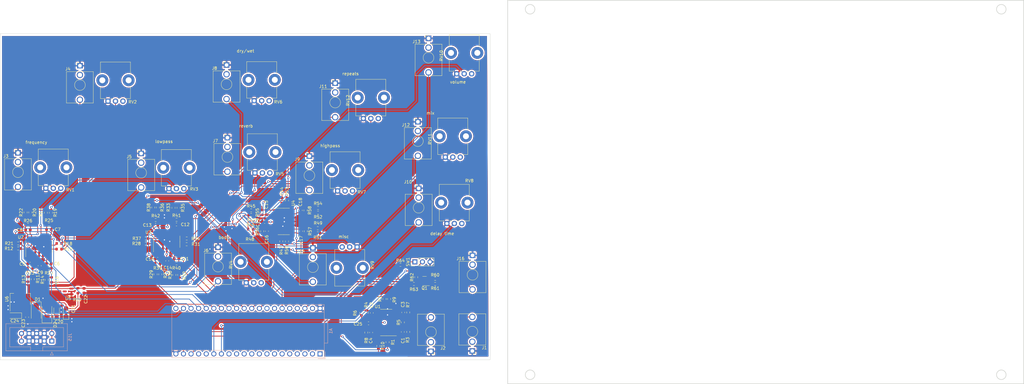
<source format=kicad_pcb>
(kicad_pcb (version 20221018) (generator pcbnew)
  (layers (0 "F.Cu" signal) (1 "In1.Cu" signal) (2 "In2.Cu" signal) (31 "B.Cu" signal) (34 "B.Paste" user) (35 "F.Paste" user) (36 "B.SilkS" user "B.Silkscreen") (37 "F.SilkS" user "F.Silkscreen") (38 "B.Mask" user) (39 "F.Mask" user) (44 "Edge.Cuts" user))
  (net 0 "")
  (net 14 "/GPIOIn/In")
  (net 15 "/SPDT/I{slash}O")
  (net 18 "/Audio Buffer Out/AUDIO_OUT_L")
  (net 19 "/Audio Buffer Out/AUDIO_OUT_R")
  (net 20 "GND")
  (net 21 "+3.3VA")
  (net 22 "/ADCBufferIn/ADC_1")
  (net 23 "/ADCBufferIn/ADC_2")
  (net 24 "/ADCBufferIn/ADC_4")
  (net 25 "/ADCBufferIn/ADC_3")
  (net 26 "/ADCBufferIn1/ADC_1")
  (net 27 "/ADCBufferIn1/ADC_2")
  (net 28 "/ADCBufferIn1/ADC_4")
  (net 29 "/ADCBufferIn1/ADC_3")
  (net 30 "/ADCBufferIn2/ADC_1")
  (net 31 "/ADCBufferIn2/ADC_2")
  (net 32 "/ADCBufferIn2/ADC_4")
  (net 35 "/ADCBufferIn2/ADC_3")
  (net 38 "+3.3V")
  (net 39 "+12V")
  (net 40 "Net-(C1-Pad1)")
  (net 41 "Net-(U1A--)")
  (net 42 "Net-(C2-Pad1)")
  (net 43 "Net-(U1C--)")
  (net 44 "Net-(C3-Pad1)")
  (net 45 "Net-(U1B--)")
  (net 46 "Net-(C4-Pad1)")
  (net 47 "Net-(U1D--)")
  (net 48 "Net-(U2A--)")
  (net 49 "Net-(U2B--)")
  (net 50 "Net-(U2C--)")
  (net 51 "Net-(U2D--)")
  (net 52 "Net-(U3A--)")
  (net 53 "Net-(U3B--)")
  (net 54 "Net-(U3C--)")
  (net 55 "Net-(U3D--)")
  (net 56 "Net-(U4A--)")
  (net 57 "Net-(U4B--)")
  (net 58 "Net-(U4C--)")
  (net 59 "Net-(U4D--)")
  (net 60 "VCC")
  (net 61 "VEE")
  (net 62 "-10V_REF")
  (net 63 "Net-(D1-A)")
  (net 64 "Net-(D2-K)")
  (net 67 "Net-(J3-PadT)")
  (net 69 "Net-(J4-PadT)")
  (net 71 "Net-(J5-PadT)")
  (net 73 "Net-(J6-PadT)")
  (net 75 "Net-(J7-PadT)")
  (net 77 "Net-(J8-PadT)")
  (net 79 "Net-(J9-PadT)")
  (net 81 "Net-(J10-PadT)")
  (net 83 "Net-(J11-PadT)")
  (net 85 "Net-(J12-PadT)")
  (net 87 "Net-(J13-PadT)")
  (net 89 "Net-(J14-PadT)")
  (net 91 "Net-(J16-PadT)")
  (net 93 "Net-(Q1-B)")
  (net 94 "Net-(Q1-C)")
  (net 95 "/ADCBufferIn/KNOB_1")
  (net 96 "/ADCBufferIn/KNOB_2")
  (net 97 "/ADCBufferIn/KNOB_3")
  (net 98 "/ADCBufferIn/KNOB_4")
  (net 99 "/ADCBufferIn1/KNOB_1")
  (net 100 "/ADCBufferIn1/KNOB_2")
  (net 101 "/ADCBufferIn1/KNOB_3")
  (net 102 "/ADCBufferIn1/KNOB_4")
  (net 103 "/ADCBufferIn2/KNOB_1")
  (net 104 "/ADCBufferIn2/KNOB_2")
  (net 105 "/ADCBufferIn2/KNOB_3")
  (net 106 "/ADCBufferIn2/KNOB_4")
  (net 107 "Net-(SW1-A)")
  (net 108 "+5V")
  (net 109 "Net-(J1-PadT)")
  (net 110 "Net-(J2-PadT)")
  (footprint "Capacitor_SMD:C_0603_1608Metric" (layer "F.Cu") (at 86.91 104.29)
    (fp_text reference "C8")
    (fp_text value "10n")
  )
  (footprint "Resistor_SMD:R_0603_1608Metric" (layer "F.Cu") (at 171.707001 108.189999 90)
    (fp_text reference "R47")
    (fp_text value "100k")
  )
  (footprint "Capacitor_SMD:C_0603_1608Metric" (layer "F.Cu") (at 133.52 114.719 -90)
    (fp_text reference "C14")
    (fp_text value "100n")
  )
  (footprint "Resistor_SMD:R_0603_1608Metric" (layer "F.Cu") (at 140.02 109.143999 180)
    (fp_text reference "R31")
    (fp_text value "100k")
  )
  (footprint "Capacitor_SMD:C_0603_1608Metric" (layer "F.Cu") (at 90.81 116.365 -90)
    (fp_text reference "C9")
    (fp_text value "100n")
  )
  (footprint "Package_TO_SOT_SMD:SOT-23" (layer "F.Cu") (at 219.647 121.475 180)
    (fp_text reference "Q1")
    (fp_text value "MMBT3904")
  )
  (footprint "Capacitor_SMD:C_0603_1608Metric" (layer "F.Cu") (at 93.91 104.19 180)
    (fp_text reference "C7")
    (fp_text value "10n")
  )
  (footprint "Resistor_SMD:R_0603_1608Metric" (layer "F.Cu") (at 83.61 110.59)
    (fp_text reference "R12")
    (fp_text value "100k")
  )
  (footprint "Capacitor_Tantalum_SMD:CP_EIA-3216-18_Kemet-A" (layer "F.Cu") (at 82.47 133.096 180)
    (fp_text reference "C24")
    (fp_text value "10uF")
  )
  (footprint "Resistor_SMD:R_0603_1608Metric" (layer "F.Cu") (at 207.772 127.508 90)
    (fp_text reference "R9")
    (fp_text value "1k")
  )
  (footprint "Resistor_SMD:R_0603_1608Metric" (layer "F.Cu") (at 129.645 101.044 180)
    (fp_text reference "R42")
    (fp_text value "66k5")
  )
  (footprint "Resistor_SMD:R_0603_1608Metric" (layer "F.Cu") (at 173.606999 94.489999 -90)
    (fp_text reference "R53")
    (fp_text value "100k")
  )
  (footprint "Package_SO:SOIC-14_3.9x8.7mm_P1.27mm" (layer "F.Cu") (at 133.35 108.319 90)
    (fp_text reference "U3")
    (fp_text value "MCP6004")
  )
  (footprint "util:Potentiometer_Alps_RK09K_Single_Vertical" (layer "F.Cu") (at 192.08 110.076 -90)
    (fp_text reference "RV9")
    (fp_text value "M-10K-B-D")
  )
  (footprint "Package_SO:SOIC-14_3.9x8.7mm_P1.27mm" (layer "F.Cu") (at 172.532 101.519999)
    (fp_text reference "U4")
    (fp_text value "MCP6004")
  )
  (footprint "Resistor_SMD:R_0603_1608Metric" (layer "F.Cu") (at 161.607 99.39)
    (fp_text reference "R43")
    (fp_text value "200k")
  )
  (footprint "Package_TO_SOT_SMD:SOT-223-3_TabPin2" (layer "F.Cu") (at 84.328 127.508 90)
    (fp_text reference "U6")
    (fp_text value "LD1117S50TR_SOT223")
  )
  (footprint "Capacitor_SMD:C_0603_1608Metric" (layer "F.Cu") (at 212.396 138.542 90)
    (fp_text reference "C1")
    (fp_text value "47p")
  )
  (footprint "util:Jack_3.5mm_QingPu_WQP-PJ398SM_Vertical_CircularHoles" (layer "F.Cu") (at 181.102 86.106)
    (fp_text reference "J9")
    (fp_text value "CV_3")
  )
  (footprint "Resistor_SMD:R_0603_1608Metric" (layer "F.Cu") (at 86.91 120.89 90)
    (fp_text reference "R13")
    (fp_text value "66k5")
  )
  (footprint "Resistor_SMD:R_0603_1608Metric" (layer "F.Cu") (at 137.319999 96.944 -90)
    (fp_text reference "R35")
    (fp_text value "66k5")
  )
  (footprint "Resistor_SMD:R_0603_1608Metric" (layer "F.Cu") (at 93.21 121.09 90)
    (fp_text reference "R14")
    (fp_text value "200k")
  )
  (footprint "Resistor_SMD:R_0603_1608Metric" (layer "F.Cu") (at 83.61 108.89)
    (fp_text reference "R21")
    (fp_text value "100k")
  )
  (footprint "Resistor_SMD:R_0603_1608Metric" (layer "F.Cu") (at 135.619999 96.944 -90)
    (fp_text reference "R33")
    (fp_text value "200k")
  )
  (footprint "util:Potentiometer_Alps_RK09K_Single_Vertical" (layer "F.Cu") (at 118.7 61.2 90)
    (fp_text reference "RV2")
    (fp_text value "M-10K-B-D")
  )
  (footprint "Diode_SMD:D_SMA" (layer "F.Cu") (at 89.662 132 -90)
    (fp_text reference "D1")
    (fp_text value "D_Small")
  )
  (footprint "Resistor_SMD:R_0603_1608Metric" (layer "F.Cu") (at 130.42 96.844 -90)
    (fp_text reference "R36")
    (fp_text value "200k")
  )
  (footprint "util:Jack_3.5mm_QingPu_WQP-PJ398SM_Vertical_CircularHoles" (layer "F.Cu") (at 189.738 61.66)
    (fp_text reference "J11")
    (fp_text value "CV_1")
  )
  (footprint "Resistor_SMD:R_0603_1608Metric" (layer "F.Cu") (at 87.71 98.49 -90)
    (fp_text reference "R20")
    (fp_text value "200k")
  )
  (footprint "Resistor_SMD:R_0603_1608Metric" (layer "F.Cu") (at 131.220001 119.244 90)
    (fp_text reference "R27")
    (fp_text value "200k")
  )
  (footprint "Resistor_SMD:R_0603_1608Metric" (layer "F.Cu") (at 198.496 132.142 -90)
    (fp_text reference "R6")
    (fp_text value "100k")
  )
  (footprint "Resistor_SMD:R_0603_1608Metric" (layer "F.Cu") (at 128.82 96.844 -90)
    (fp_text reference "R38")
    (fp_text value "66k5")
  )
  (footprint "Capacitor_SMD:C_0603_1608Metric" (layer "F.Cu") (at 136.619999 102.544 180)
    (fp_text reference "C12")
    (fp_text value "10n")
  )
  (footprint "Resistor_SMD:R_0603_1608Metric" (layer "F.Cu") (at 211.582 116.078)
    (fp_text reference "R64")
    (fp_text value "1k")
  )
  (footprint "util:Jack_3.5mm_QingPu_WQP-PJ398SM_Vertical_CircularHoles" (layer "F.Cu") (at 153.67 79.916)
    (fp_text reference "J7")
    (fp_text value "CV_1")
  )
  (footprint "Resistor_SMD:R_0603_1608Metric" (layer "F.Cu") (at 214.196 138.542 -90)
    (fp_text reference "R3")
    (fp_text value "100k")
  )
  (footprint "util:Jack_3.5mm_QingPu_WQP-PJ398SM_Vertical_CircularHoles" (layer "F.Cu") (at 124.8 85.2)
    (fp_text reference "J5")
    (fp_text value "CV_3")
  )
  (footprint "util:Potentiometer_Alps_RK09K_Single_Vertical" (layer "F.Cu") (at 167.879999 85.26 90)
    (fp_text reference "RV5")
    (fp_text value "M-10K-B-D")
  )
  (footprint "Resistor_SMD:R_0603_1608Metric" (layer "F.Cu") (at 87.61 117.29 180)
    (fp_text reference "R23")
    (fp_text value "66k5")
  )
  (footprint "Capacitor_SMD:C_0603_1608Metric" (layer "F.Cu") (at 87.61 115.69)
    (fp_text reference "C5")
    (fp_text value "10n")
  )
  (footprint "Resistor_SMD:R_0603_1608Metric" (layer "F.Cu") (at 200.152 138.747 -90)
    (fp_text reference "R8")
    (fp_text value "100k")
  )
  (footprint "Resistor_SMD:R_0603_1608Metric" (layer "F.Cu") (at 173.607 108.214999 90)
    (fp_text reference "R50")
    (fp_text value "100k")
  )
  (footprint "util:Potentiometer_Alps_RK09K_Single_Vertical" (layer "F.Cu") (at 164.978 122.062 90)
    (fp_text reference "RV4")
    (fp_text value "M-10K-B-D")
  )
  (footprint "util:Potentiometer_Alps_RK09K_Single_Vertical" (layer "F.Cu") (at 195.548 91.288 90)
    (fp_text reference "RV7")
    (fp_text value "M-10K-B-D")
  )
  (footprint "Resistor_SMD:R_0603_1608Metric" (layer "F.Cu") (at 92.91 98.59 -90)
    (fp_text reference "R17")
    (fp_text value "200k")
  )
  (footprint "Resistor_SMD:R_0603_1608Metric" (layer "F.Cu") (at 140.045 107.244 180)
    (fp_text reference "R34")
    (fp_text value "100k")
  )
  (footprint "Resistor_SMD:R_0603_1608Metric" (layer "F.Cu") (at 171.907 94.489999 -90)
    (fp_text reference "R44")
    (fp_text value "100k")
  )
  (footprint "Capacitor_SMD:C_0603_1608Metric" (layer "F.Cu") (at 93.91 115.59 180)
    (fp_text reference "C6")
    (fp_text value "10n")
  )
  (footprint "util:Jack_3.5mm_QingPu_WQP-PJ398SM_Vertical_CircularHoles" (layer "F.Cu") (at 220.98 46.642)
    (fp_text reference "J13")
    (fp_text value "CV_3")
  )
  (footprint "Connector_PinHeader_2.54mm:PinHeader_1x03_P2.54mm_Vertical" (layer "F.Cu") (at 216.408 115.062 90)
    (fp_text reference "SW1")
    (fp_text value "SW_SPDT")
  )
  (footprint "util:Jack_3.5mm_QingPu_WQP-PJ398SM_Vertical_CircularHoles" (layer "F.Cu") (at 153.38 55.56)
    (fp_text reference "J8")
    (fp_text value "CV_2")
  )
  (footprint "Resistor_SMD:R_0603_1608Metric" (layer "F.Cu") (at 183.907 105.489998 180)
    (fp_text reference "R51")
    (fp_text value "66k5")
  )
  (footprint "Resistor_SMD:R_0603_1608Metric" (layer "F.Cu") (at 97.335 108.89 180)
    (fp_text reference "R18")
    (fp_text value "100k")
  )
  (footprint "Resistor_SMD:R_0603_1608Metric" (layer "F.Cu") (at 165.307 104.814999 -90)
    (fp_text reference "R56")
    (fp_text value "66k5")
  )
  (footprint "Capacitor_SMD:C_0603_1608Metric" (layer "F.Cu") (at 166.807 98.49 -90)
    (fp_text reference "C15")
    (fp_text value "10n")
  )
  (footprint "util:Jack_3.5mm_QingPu_WQP-PJ398SM_Vertical_CircularHoles" (layer "F.Cu") (at 217.678 96.904)
    (fp_text reference "J10")
    (fp_text value "CV_4")
  )
  (footprint "Resistor_SMD:R_0603_1608Metric" (layer "F.Cu") (at 94.61 98.59 -90)
    (fp_text reference "R19")
    (fp_text value "66k5")
  )
  (footprint "Resistor_SMD:R_0603_1608Metric" (layer "F.Cu") (at 130.320001 115.644 180)
    (fp_text reference "R39")
    (fp_text value "66k5")
  )
  (footprint "Resistor_SMD:R_0603_1608Metric" (layer "F.Cu") (at 94.81 121.09 90)
    (fp_text reference "R16")
    (fp_text value "66k5")
  )
  (footprint "Resistor_SMD:R_0603_1608Metric" (layer "F.Cu") (at 161.407 104.089999)
    (fp_text reference "R46")
    (fp_text value "200k")
  )
  (footprint "Capacitor_SMD:C_0603_1608Metric" (layer "F.Cu") (at 86.614 133.604 -90)
    (fp_text reference "C23")
    (fp_text value "100n")
  )
  (footprint "util:Potentiometer_Alps_RK09K_Single_Vertical" (layer "F.Cu") (at 97.9 90.4 90)
    (fp_text reference "RV1")
    (fp_text value "M-10K-B-D")
  )
  (footprint "Resistor_SMD:R_0603_1608Metric" (layer "F.Cu") (at 126.32 107.244001)
    (fp_text reference "R37")
    (fp_text value "100k")
  )
  (footprint "Resistor_SMD:R_0603_1608Metric" (layer "F.Cu") (at 88.51 120.89 90)
    (fp_text reference "R11")
    (fp_text value "200k")
  )
  (footprint "Capacitor_SMD:C_0603_1608Metric" (layer "F.Cu") (at 105.664 124.714 -90)
    (fp_text reference "C22")
    (fp_text value "100n")
  )
  (footprint "Resistor_SMD:R_0603_1608Metric" (layer "F.Cu") (at 86.935 102.69 180)
    (fp_text reference "R26")
    (fp_text value "66k5")
  )
  (footprint "Capacitor_SMD:C_0603_1608Metric" (layer "F.Cu") (at 166.132 101.689999 180)
    (fp_text reference "C19")
    (fp_text value "100n")
  )
  (footprint "Resistor_SMD:R_0603_1608Metric" (layer "F.Cu") (at 216.091 122.491)
    (fp_text reference "R63")
    (fp_text value "1k")
  )
  (footprint "Package_SO:SOIC-14_3.9x8.7mm_P1.27mm" (layer "F.Cu") (at 90.64 109.965 90)
    (fp_text reference "U2")
    (fp_text value "MCP6004")
  )
  (footprint "Resistor_SMD:R_0603_1608Metric" (layer "F.Cu") (at 179.907 104.814998 -90)
    (fp_text reference "R57")
    (fp_text value "66k5")
  )
  (footprint "Capacitor_Tantalum_SMD:CP_EIA-3216-18_Kemet-A" (layer "F.Cu") (at 99.67 132.05 90)
    (fp_text reference "C21")
    (fp_text value "22u")
  )
  (footprint "util:Potentiometer_Alps_RK09K_Single_Vertical" (layer "F.Cu") (at 235.418 52.024 90)
    (fp_text reference "RV10")
    (fp_text value "M-10K-B-D")
  )
  (footprint "Capacitor_SMD:C_0603_1608Metric" (layer "F.Cu") (at 166.907 104.789999 90)
    (fp_text reference "C16")
    (fp_text value "10n")
  )
  (footprint "Capacitor_SMD:C_0603_1608Metric" (layer "F.Cu") (at 201.752 138.747 90)
    (fp_text reference "C4")
    (fp_text value "47p")
  )
  (footprint "Resistor_SMD:R_0603_1608Metric" (layer "F.Cu") (at 135.92 119.444 90)
    (fp_text reference "R30")
    (fp_text value "200k")
  )
  (footprint "util:Jack_3.5mm_QingPu_WQP-PJ398SM_Vertical_CircularHoles" (layer "F.Cu") (at 150.528 116.642)
    (fp_text reference "J6")
    (fp_text value "CV_4")
  )
  (footprint "Resistor_SMD:R_0603_1608Metric" (layer "F.Cu") (at 93.935 117.19)
    (fp_text reference "R24")
    (fp_text value "66k5")
  )
  (footprint "util:Potentiometer_Alps_RK09K_Single_Vertical" (layer "F.Cu") (at 139.1 90.52 90)
    (fp_text reference "RV3")
    (fp_text value "M-10K-B-D")
  )
  (footprint "Resistor_SMD:R_0603_1608Metric" (layer "F.Cu") (at 86.11 98.49 -90)
    (fp_text reference "R22")
    (fp_text value "66k5")
  )
  (footprint "util:Potentiometer_Alps_RK09K_Single_Vertical" (layer "F.Cu") (at 167.629999 61.06 90)
    (fp_text reference "RV6")
    (fp_text value "M-10K-B-D")
  )
  (footprint "Resistor_SMD:R_0603_1608Metric" (layer "F.Cu") (at 223.203 120.713 180)
    (fp_text reference "R60")
    (fp_text value "100k")
  )
  (footprint "Capacitor_SMD:C_0603_1608Metric" (layer "F.Cu") (at 178.307 104.789998 90)
    (fp_text reference "C17")
    (fp_text value "10n")
  )
  (footprint "util:Jack_3.5mm_QingPu_WQP-PJ398SM_Vertical_CircularHoles" (layer "F.Cu") (at 182.266 116.826)
    (fp_text reference "J14")
    (fp_text value "CV_4")
  )
  (footprint "util:Potentiometer_Alps_RK09K_Single_Vertical" (layer "F.Cu") (at 232.127999 102.206 90)
    (fp_text reference "RV8")
    (fp_text value "M-10K-B-D")
  )
  (footprint "Resistor_SMD:R_0603_1608Metric" (layer "F.Cu") (at 206.248 127.508 -90)
    (fp_text reference "R2")
    (fp_text value "10k")
  )
  (footprint "util:Potentiometer_Alps_RK09K_Single_Vertical" (layer "F.Cu") (at 204.176 67.01 90)
    (fp_text reference "RV12")
    (fp_text value "M-10K-B-D")
  )
  (footprint "Capacitor_SMD:C_0603_1608Metric" (layer "F.Cu") (at 129.62 102.644)
    (fp_text reference "C13")
    (fp_text value "10n")
  )
  (footprint "Capacitor_SMD:C_0603_1608Metric" (layer "F.Cu") (at 136.62 113.944 180)
    (fp_text reference "C11")
    (fp_text value "10n")
  )
  (footprint "Resistor_SMD:R_0603_1608Metric" (layer "F.Cu") (at 204.216 143.242 -90)
    (fp_text reference "R10")
    (fp_text value "1k")
  )
  (footprint "util:Jack_3.5mm_QingPu_WQP-PJ398SM_Vertical_CircularHoles" (layer "F.Cu") (at 217.424 74.582)
    (fp_text reference "J12")
    (fp_text value "CV_2")
  )
  (footprint "Resistor_SMD:R_0603_1608Metric" (layer "F.Cu") (at 103.632 124.714 -90)
    (fp_text reference "R59")
    (fp_text value "2k")
  )
  (footprint "Resistor_SMD:R_0603_1608Metric" (layer "F.Cu") (at 179.807 97.814999 90)
    (fp_text reference "R58")
    (fp_text value "66k5")
  )
  (footprint "Resistor_SMD:R_0603_1608Metric" (layer "F.Cu") (at 214.196 132.017 90)
    (fp_text reference "R7")
    (fp_text value "100k")
  )
  (footprint "Resistor_SMD:R_0603_1608Metric" (layer "F.Cu") (at 183.907 103.789998 180)
    (fp_text reference "R49")
    (fp_text value "200k")
  )
  (footprint "Resistor_SMD:R_0603_1608Metric" (layer "F.Cu") (at 216.853 120.205 90)
    (fp_text reference "R62")
    (fp_text value "10k")
  )
  (footprint "Capacitor_SMD:C_0603_1608Metric" (layer "F.Cu") (at 200.901 135.636 180)
    (fp_text reference "C25")
    (fp_text value "100n")
  )
  (footprint "Resistor_SMD:R_0603_1608Metric" (layer "F.Cu") (at 200.296 132.142 90)
    (fp_text reference "R4")
    (fp_text value "100k")
  )
  (footprint "Resistor_SMD:R_0603_1608Metric" (layer "F.Cu") (at 212.396 135.342 90)
    (fp_text reference "R5")
    (fp_text value "100k")
  )
  (footprint "Resistor_SMD:R_0603_1608Metric" (layer "F.Cu") (at 223.203 122.491 180)
    (fp_text reference "R61")
    (fp_text value "1M")
  )
  (footprint "util:Jack_3.5mm_QingPu_WQP-PJ398SM_Vertical_CircularHoles" (layer "F.Cu") (at 221.798 138.58 180)
    (fp_text reference "J2")
    (fp_text value "DAC_OUT_2")
  )
  (footprint "Capacitor_SMD:C_0603_1608Metric" (layer "F.Cu") (at 130.320001 114.044)
    (fp_text reference "C10")
    (fp_text value "10n")
  )
  (footprint "Package_SO:SOIC-14_3.9x8.7mm_P1.27mm" (layer "F.Cu") (at 206.821 135.382 180)
    (fp_text reference "U1")
    (fp_text value "TL074")
  )
  (footprint "Resistor_SMD:R_0603_1608Metric" (layer "F.Cu") (at 97.31 110.79 180)
    (fp_text reference "R15")
    (fp_text value "100k")
  )
  (footprint "Resistor_SMD:R_0603_1608Metric" (layer "F.Cu") (at 126.32 108.944)
    (fp_text reference "R28")
    (fp_text value "100k")
  )
  (footprint "Resistor_SMD:R_0603_1608Metric" (layer "F.Cu") (at 161.407 105.689999)
    (fp_text reference "R48")
    (fp_text value "66k5")
  )
  (footprint "util:Jack_3.5mm_QingPu_WQP-PJ398SM_Vertical_CircularHoles" (layer "F.Cu") (at 235.712 119.38)
    (fp_text reference "J16")
    (fp_text value "DAC_OUT_2")
  )
  (footprint "Resistor_SMD:R_0603_1608Metric" (layer "F.Cu") (at 165.207 98.49 90)
    (fp_text reference "R55")
    (fp_text value "66k5")
  )
  (footprint "Resistor_SMD:R_0603_1608Metric" (layer "F.Cu") (at 93.935 102.59)
    (fp_text reference "R25")
    (fp_text value "66k5")
  )
  (footprint "Resistor_SMD:R_0603_1608Metric" (layer "F.Cu") (at 136.644999 100.944)
    (fp_text reference "R41")
    (fp_text value "66k5")
  )
  (footprint "Resistor_SMD:R_0603_1608Metric" (layer "F.Cu") (at 129.620001 119.244 90)
    (fp_text reference "R29")
    (fp_text value "66k5")
  )
  (footprint "Capacitor_SMD:C_0603_1608Metric" (layer "F.Cu") (at 178.207 97.789999 -90)
    (fp_text reference "C18")
    (fp_text value "10n")
  )
  (footprint "Diode_SMD:D_SMA" (layer "F.Cu") (at 93.27 132 90)
    (fp_text reference "D2")
    (fp_text value "D_Small")
  )
  (footprint "Capacitor_SMD:C_0603_1608Metric" (layer "F.Cu") (at 201.996 132.167 -90)
    (fp_text reference "C2")
    (fp_text value "47p")
  )
  (footprint "Resistor_SMD:R_0603_1608Metric" (layer "F.Cu") (at 184.007 96.989999 180)
    (fp_text reference "R54")
    (fp_text value "66k5")
  )
  (footprint "util:Jack_3.5mm_QingPu_WQP-PJ398SM_Vertical_CircularHoles" (layer "F.Cu") (at 104.3 55.8)
    (fp_text reference "J4")
    (fp_text value "CV_2")
  )
  (footprint "Capacitor_SMD:C_0603_1608Metric" (layer "F.Cu") (at 212.496 132.017 -90)
    (fp_text reference "C3")
    (fp_text value "47p")
  )
  (footprint "Resistor_SMD:R_0603_1608Metric" (layer "F.Cu") (at 161.607 97.79)
    (fp_text reference "R45")
    (fp_text value "66k5")
  )
  (footprint "Capacitor_Tantalum_SMD:CP_EIA-3216-18_Kemet-A" (layer "F.Cu") (at 96.52 132.05 90)
    (fp_text reference "C20")
    (fp_text value "22u")
  )
  (footprint "util:Jack_3.5mm_QingPu_WQP-PJ398SM_Vertical_CircularHoles" (layer "F.Cu") (at 83.566 84.996)
    (fp_text reference "J3")
    (fp_text value "CV_1")
  )
  (footprint "Resistor_SMD:R_0603_1608Metric" (layer "F.Cu") (at 137.52 119.444 90)
    (fp_text reference "R32")
    (fp_text value "66k5")
  )
  (footprint "Resistor_SMD:R_0603_1608Metric" (layer "F.Cu") (at 184.007 98.589999 180)
    (fp_text reference "R52")
    (fp_text value "200k")
  )
  (footprint "Resistor_SMD:R_0603_1608Metric" (layer "F.Cu") (at 136.645 115.544)
    (fp_text reference "R40")
    (fp_text value "66k5")
  )
  (footprint "Resistor_SMD:R_0603_1608Metric" (layer "F.Cu") (at 207.264 141.986 90)
    (fp_text reference "R1")
    (fp_text value "10k")
  )
  (footprint "util:Potentiometer_Alps_RK09K_Single_Vertical" (layer "F.Cu") (at 231.608 79.964 90)
    (fp_text reference "RV11")
    (fp_text value "M-10K-B-D")
  )
  (footprint "util:Jack_3.5mm_QingPu_WQP-PJ398SM_Vertical_CircularHoles" (layer "F.Cu") (at 235.648 138.45 180)
    (fp_text reference "J1")
    (fp_text value "DAC_OUT_2")
  )
  (footprint "Package_TO_SOT_SMD:SOT-23-3" (layer "F.Cu") (at 100.33 124.968 180)
    (fp_text reference "U5")
    (fp_text value "LM4040-10V")
  )
  (footprint "Module:Electrosmith_Daisy_Seed" (layer "B.Cu") (at 184.68 145.9 90)
    (fp_text reference "A1")
    (fp_text value "Electrosmith_Daisy_Seed_Rev4")
  )
  (footprint "Connector_IDC:IDC-Header_2x05_P2.54mm_Vertical" (layer "B.Cu") (at 94.9 141.6 90)
    (fp_text reference "J15")
    (fp_text value "Conn_02x05_Odd_Even")
  )
  (gr_circle (center 254.98 30.4) (end 256.58 30.4) (stroke (width 0.2)) (fill none) (layer "Edge.Cuts"))
  (gr_circle (center 412.7 152.9) (end 414.3 152.9) (stroke (width 0.2)) (fill none) (layer "Edge.Cuts"))
  (gr_line (start 247.48 155.9) (end 420.2 155.9) (stroke (width 0.2)) (layer "Edge.Cuts"))
  (gr_rect (start 77.6 38.6) (end 241.6 147.9) (stroke (width 0.1)) (fill none) (layer "Edge.Cuts"))
  (gr_circle (center 412.7 30.4) (end 414.3 30.4) (stroke (width 0.2)) (fill none) (layer "Edge.Cuts"))
  (gr_line (start 420.2 27.4) (end 247.48 27.4) (stroke (width 0.2)) (layer "Edge.Cuts"))
  (gr_line (start 247.48 27.4) (end 247.48 155.9) (stroke (width 0.2)) (layer "Edge.Cuts"))
  (gr_circle (center 254.98 152.9) (end 256.58 152.9) (stroke (width 0.2)) (fill none) (layer "Edge.Cuts"))
  (gr_line (start 420.2 155.9) (end 420.2 27.4) (stroke (width 0.2)) (layer "Edge.Cuts"))
  (gr_text "misc" (at 190.754 107.188) (layer "F.SilkS") (effects (font (size 1 1)) (justify left bottom)))
  (gr_text "mix" (at 220.218 65.786) (layer "F.SilkS") (effects (font (size 1 1)) (justify left bottom)))
  (gr_text "frequency" (at 86 75.6) (layer "F.SilkS") (effects (font (size 1 1)) (justify left bottom)))
  (gr_text "reverb" (at 157.48 70.104) (layer "F.SilkS") (effects (font (size 1 1)) (justify left bottom)))
  (gr_text "body" (at 150.622 107.442) (layer "F.SilkS") (effects (font (size 1 1)) (justify left bottom)))
  (gr_text "lowpass" (at 129.4 75.3) (layer "F.SilkS") (effects (font (size 1 1)) (justify left bottom)))
  (gr_text "dry/wet" (at 156.718 44.958) (layer "F.SilkS") (effects (font (size 1 1)) (justify left bottom)))
  (gr_text "repeats" (at 192.024 52.578) (layer "F.SilkS") (effects (font (size 1 1)) (justify left bottom)))
  (gr_text "delay time" (at 221.488 106.172) (layer "F.SilkS") (effects (font (size 1 1)) (justify left bottom)))
  (gr_text "highpass" (at 184.658 76.708) (layer "F.SilkS") (effects (font (size 1 1)) (justify left bottom)))
  (gr_text "volume" (at 228.092 55.372) (layer "F.SilkS") (effects (font (size 1 1)) (justify left bottom)))
  (segment (start 189.23 132.334) (end 185.166 136.398) (width 0.25) (layer "F.Cu") (net 14))
  (segment (start 185.166 136.398) (end 151.638 136.398) (width 0.25) (layer "F.Cu") (net 14))
  (segment (start 189.23 130.302) (end 189.23 132.334) (width 0.25) (layer "F.Cu") (net 14))
  (segment (start 197.041 122.491) (end 189.23 130.302) (width 0.25) (layer "F.Cu") (net 14))
  (segment (start 215.266 122.491) (end 197.041 122.491) (width 0.25) (layer "F.Cu") (net 14))
  (via (at 151.638 136.398) (size 0.8) (drill 0.4) (layers "F.Cu" "B.Cu") (net 14))
  (segment (start 151.66 145.9) (end 151.66 136.42) (width 0.25) (layer "B.Cu") (net 14))
  (segment (start 151.66 136.42) (end 151.638 136.398) (width 0.25) (layer "B.Cu") (net 14))
  (segment (start 213.36 118.11) (end 215.9 118.11) (width 0.25) (layer "F.Cu") (net 15))
  (segment (start 215.9 118.11) (end 218.948 115.062) (width 0.25) (layer "F.Cu") (net 15))
  (via (at 213.36 118.11) (size 0.8) (drill 0.4) (layers "F.Cu" "B.Cu") (net 15))
  (segment (start 151.384 134.874) (end 196.596 134.874) (width 0.25) (layer "B.Cu") (net 15))
  (segment (start 149.12 145.9) (end 149.12 137.138) (width 0.25) (layer "B.Cu") (net 15))
  (segment (start 149.12 137.138) (end 151.384 134.874) (width 0.25) (layer "B.Cu") (net 15))
  (segment (start 196.596 134.874) (end 213.36 118.11) (width 0.25) (layer "B.Cu") (net 15))
  (segment (start 207.264 142.811) (end 207.264 144.526) (width 0.25) (layer "F.Cu") (net 18))
  (segment (start 147.446 139.954) (end 192.024 139.954) (width 0.25) (layer "F.Cu") (net 18))
  (segment (start 192.024 139.954) (end 192.278 140.208) (width 0.25) (layer "F.Cu") (net 18))
  (segment (start 141.5 145.9) (end 147.446 139.954) (width 0.25) (layer "F.Cu") (net 18))
  (via (at 207.264 144.526) (size 0.8) (drill 0.4) (layers "F.Cu" "B.Cu") (net 18))
  (via (at 192.278 140.208) (size 0.8) (drill 0.4) (layers "F.Cu" "B.Cu") (net 18))
  (segment (start 207.264 144.526) (end 196.596 144.526) (width 0.25) (layer "B.Cu") (net 18))
  (segment (start 196.596 144.526) (end 192.278 140.208) (width 0.25) (layer "B.Cu") (net 18))
  (segment (start 196.151 126.683) (end 206.248 126.683) (width 0.25) (layer "F.Cu") (net 19))
  (segment (start 138.96 145.9) (end 138.96 141.71) (width 0.25) (layer "F.Cu") (net 19))
  (segment (start 190.165538 138.43) (end 191.77 136.825538) (width 0.25) (layer "F.Cu") (net 19))
  (segment (start 191.77 136.825538) (end 191.77 131.064) (width 0.25) (layer "F.Cu") (net 19))
  (segment (start 138.96 141.71) (end 142.24 138.43) (width 0.25) (layer "F.Cu") (net 19))
  (segment (start 142.24 138.43) (end 190.165538 138.43) (width 0.25) (layer "F.Cu") (net 19))
  (segment (start 191.77 131.064) (end 196.151 126.683) (width 0.25) (layer "F.Cu") (net 19))
  (segment (start 89.37 107.49) (end 89.37 109.69) (width 0.25) (layer "F.Cu") (net 20))
  (segment (start 91.91 112.44) (end 91.91 110.274) (width 0.25) (layer "F.Cu") (net 20))
  (segment (start 91.91 109.69) (end 92.202 109.982) (width 0.25) (layer "F.Cu") (net 20))
  (segment (start 89.37 109.766) (end 89.408 109.728) (width 0.25) (layer "F.Cu") (net 20))
  (segment (start 90.815 108.321) (end 89.408 109.728) (width 0.25) (layer "F.Cu") (net 20))
  (segment (start 89.37 109.69) (end 89.408 109.728) (width 0.25) (layer "F.Cu") (net 20))
  (segment (start 91.91 107.49) (end 91.91 109.69) (width 0.25) (layer "F.Cu") (net 20))
  (segment (start 90.815 107.579) (end 90.815 108.321) (width 0.25) (layer "F.Cu") (net 20))
  (segment (start 89.37 112.44) (end 89.37 109.766) (width 0.25) (layer "F.Cu") (net 20))
  (segment (start 91.91 110.274) (end 92.202 109.982) (width 0.25) (layer "F.Cu") (net 20))
  (segment (start 90.64 107.49) (end 90.726 107.49) (width 0.25) (layer "F.Cu") (net 20))
  (segment (start 90.726 107.49) (end 90.815 107.579) (width 0.25) (layer "F.Cu") (net 20))
  (via (at 98.044 130.556) (size 0.8) (drill 0.4) (layers "F.Cu" "B.Cu") (net 20))
  (via (at 92.202 109.982) (size 0.8) (drill 0.4) (layers "F.Cu" "B.Cu") (net 20))
  (via (at 147.828 110.744) (size 0.8) (drill 0.4) (layers "F.Cu" "B.Cu") (net 20))
  (via (at 134.366 108.204) (size 0.8) (drill 0.4) (layers "F.Cu" "B.Cu") (net 20))
  (via (at 101.6 135.128) (size 0.8) (drill 0.4) (layers "F.Cu" "B.Cu") (net 20))
  (via (at 101.6 134.112) (size 0.8) (drill 0.4) (layers "F.Cu" "B.Cu") (net 20))
  (via (at 132.588 107.696) (size 0.8) (drill 0.4) (layers "F.Cu" "B.Cu") (net 20))
  (via (at 80.264 131.064) (size 0.8) (drill 0.4) (layers "F.Cu" "B.Cu") (net 20))
  (via (at 80.264 129.794) (size 0.8) (drill 0.4) (layers "F.Cu" "B.Cu") (net 20))
  (via (at 153.162 104.648) (size 0.8) (drill 0.4) (layers "F.Cu" "B.Cu") (net 20))
  (via (at 86.868 135.89) (size 0.8) (drill 0.4) (layers "F.Cu" "B.Cu") (net 20))
  (via (at 82.296 128.524) (size 0.8) (drill 0.4) (layers "F.Cu" "B.Cu") (net 20))
  (via (at 172.72 100.33) (size 0.8) (drill 0.4) (layers "F.Cu" "B.Cu") (net 20))
  (via (at 155.194 103.886) (size 0.8) (drill 0.4) (layers "F.Cu" "B.Cu") (net 20))
  (via (at 98.044 131.826) (size 0.8) (drill 0.4) (layers "F.Cu" "B.Cu") (net 20))
  (via (at 132.588 100.33) (size 0.8) (drill 0.4) (layers "F.Cu" "B.Cu") (net 20))
  (via (at 172.72 101.6) (size 0.8) (drill 0.4) (layers "F.Cu" "B.Cu") (net 20))
  (via (at 91.948 127.254) (size 0.8) (drill 0.4) (layers "F.Cu" "B.Cu") (net 20))
  (via (at 207.264 130.81) (size 0.8) (drill 0.4) (layers "F.Cu" "B.Cu") (net 20))
  (via (at 152.654 103.378) (size 0.8) (drill 0.4) (layers "F.Cu" "B.Cu") (net 20))
  (via (at 210.058 129.032) (size 0.8) (drill 0.4) (layers "F.Cu" "B.Cu") (net 20))
  (via (at 172.212 103.124) (size 0.8) (drill 0.4) (layers "F.Cu" "B.Cu") (net 20))
  (via (at 132.588 99.314) (size 0.8) (drill 0.4) (layers "F.Cu" "B.Cu") (net 20))
  (via (at 89.408 109.728) (size 0.8) (drill 0.4) (layers "F.Cu" "B.Cu") (net 20))
  (via (at 81.28 128.524) (size 0.8) (drill 0.4) (layers "F.Cu" "B.Cu") (net 20))
  (via (at 207.264 132.842) (size 0.8) (drill 0.4) (layers "F.Cu" "B.Cu") (net 20))
  (segment (start 201.93 135.382) (end 201.676 135.636) (width 0.25) (layer "F.Cu") (net 21))
  (segment (start 169.887 101.689999) (end 170.057 101.519999) (width 0.25) (layer "F.Cu") (net 21))
  (segment (start 91.186 102.87) (end 91.265 102.949) (width 0.25) (layer "F.Cu") (net 21))
  (segment (start 91.265 111.815) (end 90.64 112.44) (width 0.25) (layer "F.Cu") (net 21))
  (segment (start 168.109 101.689999) (end 168.143 101.655999) (width 0.25) (layer "F.Cu") (net 21))
  (segment (start 133.35 112.522) (end 133.35 113.774) (width 0.25) (layer "F.Cu") (net 21))
  (segment (start 90.64 112.44) (end 90.64 115.42) (width 0.25) (layer "F.Cu") (net 21))
  (segment (start 204.346 135.382) (end 206.248 135.382) (width 0.25) (layer "F.Cu") (net 21))
  (segment (start 168.177 101.689999) (end 169.887 101.689999) (width 0.25) (layer "F.Cu") (net 21))
  (segment (start 168.143 101.655999) (end 168.177 101.689999) (width 0.25) (layer "F.Cu") (net 21))
  (segment (start 133.35 110.794) (end 133.35 112.522) (width 0.25) (layer "F.Cu") (net 21))
  (segment (start 166.907 101.689999) (end 168.109 101.689999) (width 0.25) (layer "F.Cu") (net 21))
  (segment (start 91.265 102.949) (end 91.265 111.815) (width 0.25) (layer "F.Cu") (net 21))
  (segment (start 133.35 113.774) (end 133.52 113.944) (width 0.25) (layer "F.Cu") (net 21))
  (segment (start 90.64 115.42) (end 90.81 115.59) (width 0.25) (layer "F.Cu") (net 21))
  (segment (start 204.346 135.382) (end 201.93 135.382) (width 0.25) (layer "F.Cu") (net 21))
  (via (at 133.35 112.522) (size 0.8) (drill 0.4) (layers "F.Cu" "B.Cu") (net 21))
  (via (at 168.143 101.655999) (size 0.8) (drill 0.4) (layers "F.Cu" "B.Cu") (net 21))
  (via (at 206.248 135.382) (size 0.8) (drill 0.4) (layers "F.Cu" "B.Cu") (net 21))
  (via (at 91.186 102.87) (size 0.8) (drill 0.4) (layers "F.Cu" "B.Cu") (net 21))
  (segment (start 91.186 97.114) (end 91.186 102.87) (width 0.25) (layer "B.Cu") (net 21))
  (segment (start 97.9 90.4) (end 91.186 97.114) (width 0.25) (layer "B.Cu") (net 21))
  (segment (start 86.83 112.44) (end 86.83 117.245) (width 0.25) (layer "F.Cu") (net 22))
  (segment (start 86.785 118.789) (end 86.868 118.872) (width 0.25) (layer "F.Cu") (net 22))
  (segment (start 86.83 117.245) (end 86.785 117.29) (width 0.25) (layer "F.Cu") (net 22))
  (segment (start 86.785 117.29) (end 86.785 118.789) (width 0.25) (layer "F.Cu") (net 22))
  (via (at 86.868 118.872) (size 0.8) (drill 0.4) (layers "F.Cu" "B.Cu") (net 22))
  (segment (start 136.524 133.096) (end 138.96 130.66) (width 0.25) (layer "B.Cu") (net 22))
  (segment (start 86.868 126.746) (end 93.218 133.096) (width 0.25) (layer "B.Cu") (net 22))
  (segment (start 86.868 118.872) (end 86.868 126.746) (width 0.25) (layer "B.Cu") (net 22))
  (segment (start 93.218 133.096) (end 136.524 133.096) (width 0.25) (layer "B.Cu") (net 22))
  (segment (start 94.685 114.751) (end 94.45 114.516) (width 0.25) (layer "F.Cu") (net 23))
  (segment (start 94.76 115.665) (end 94.685 115.59) (width 0.25) (layer "F.Cu") (net 23))
  (segment (start 94.45 114.516) (end 94.45 112.44) (width 0.25) (layer "F.Cu") (net 23))
  (segment (start 94.742 117.208) (end 94.76 117.19) (width 0.25) (layer "F.Cu") (net 23))
  (segment (start 94.685 115.59) (end 94.685 114.751) (width 0.25) (layer "F.Cu") (net 23))
  (segment (start 94.76 117.19) (end 94.76 115.665) (width 0.25) (layer "F.Cu") (net 23))
  (segment (start 94.742 118.618) (end 94.742 117.208) (width 0.25) (layer "F.Cu") (net 23))
  (via (at 94.742 118.618) (size 0.8) (drill 0.4) (layers "F.Cu" "B.Cu") (net 23))
  (segment (start 141.5 130.66) (end 139.872 129.032) (width 0.25) (layer "B.Cu") (net 23))
  (segment (start 132.842 129.032) (end 130.302 131.572) (width 0.25) (layer "B.Cu") (net 23))
  (segment (start 94.742 125.720695) (end 94.742 118.618) (width 0.25) (layer "B.Cu") (net 23))
  (segment (start 130.302 131.572) (end 100.593305 131.572) (width 0.25) (layer "B.Cu") (net 23))
  (segment (start 100.593305 131.572) (end 94.742 125.720695) (width 0.25) (layer "B.Cu") (net 23))
  (segment (start 139.872 129.032) (end 132.842 129.032) (width 0.25) (layer "B.Cu") (net 23))
  (segment (start 86.868 109.474) (end 86.868 107.528) (width 0.25) (layer "F.Cu") (net 24))
  (segment (start 86.11 105.16) (end 86.11 102.69) (width 0.25) (layer "F.Cu") (net 24))
  (segment (start 86.868 107.528) (end 86.83 107.49) (width 0.25) (layer "F.Cu") (net 24))
  (segment (start 86.83 105.88) (end 86.11 105.16) (width 0.25) (layer "F.Cu") (net 24))
  (segment (start 86.83 107.49) (end 86.83 105.88) (width 0.25) (layer "F.Cu") (net 24))
  (via (at 86.868 109.474) (size 0.8) (drill 0.4) (layers "F.Cu" "B.Cu") (net 24))
  (segment (start 100.076 127.508) (end 96.266 123.698) (width 0.25) (layer "B.Cu") (net 24))
  (segment (start 144.04 130.66) (end 140.888 127.508) (width 0.25) (layer "B.Cu") (net 24))
  (segment (start 96.266 123.698) (end 96.266 118.11) (width 0.25) (layer "B.Cu") (net 24))
  (segment (start 87.63 109.474) (end 96.266 118.11) (width 0.25) (layer "B.Cu") (net 24))
  (segment (start 140.888 127.508) (end 100.076 127.508) (width 0.25) (layer "B.Cu") (net 24))
  (segment (start 86.868 109.474) (end 87.63 109.474) (width 0.25) (layer "B.Cu") (net 24))
  (segment (start 95.504 107.442) (end 94.498 107.442) (width 0.25) (layer "F.Cu") (net 25))
  (segment (start 94.742 105.664) (end 94.742 104.247) (width 0.25) (layer "F.Cu") (net 25))
  (segment (start 94.45 107.49) (end 94.45 105.956) (width 0.25) (layer "F.Cu") (net 25))
  (segment (start 94.76 102.59) (end 94.76 104.115) (width 0.25) (layer "F.Cu") (net 25))
  (segment (start 94.498 107.442) (end 94.45 107.49) (width 0.25) (layer "F.Cu") (net 25))
  (segment (start 94.76 104.115) (end 94.685 104.19) (width 0.25) (layer "F.Cu") (net 25))
  (segment (start 94.45 105.956) (end 94.742 105.664) (width 0.25) (layer "F.Cu") (net 25))
  (segment (start 94.742 104.247) (end 94.685 104.19) (width 0.25) (layer "F.Cu") (net 25))
  (via (at 95.504 107.442) (size 0.8) (drill 0.4) (layers "F.Cu" "B.Cu") (net 25))
  (segment (start 141.904 125.984) (end 146.58 130.66) (width 0.25) (layer "B.Cu") (net 25))
  (segment (start 104.902 125.984) (end 141.904 125.984) (width 0.25) (layer "B.Cu") (net 25))
  (segment (start 95.504 107.442) (end 95.504 116.586) (width 0.25) (layer "B.Cu") (net 25))
  (segment (start 95.504 116.586) (end 104.902 125.984) (width 0.25) (layer "B.Cu") (net 25))
  (segment (start 147.746 129.286) (end 149.12 130.66) (width 0.25) (layer "F.Cu") (net 26))
  (segment (start 129.495001 115.644) (end 129.495001 114.094) (width 0.25) (layer "F.Cu") (net 26))
  (segment (start 129.495001 114.094) (end 129.545001 114.044) (width 0.25) (layer "F.Cu") (net 26))
  (segment (start 128.820001 116.319) (end 128.820001 120.962397) (width 0.25) (layer "F.Cu") (net 26))
  (segment (start 129.495001 115.644) (end 128.820001 116.319) (width 0.25) (layer "F.Cu") (net 26))
  (segment (start 128.820001 120.962397) (end 137.143604 129.286) (width 0.25) (layer "F.Cu") (net 26))
  (segment (start 137.143604 129.286) (end 147.746 129.286) (width 0.25) (layer "F.Cu") (net 26))
  (segment (start 129.54 114.038999) (end 129.545001 114.044) (width 0.25) (layer "F.Cu") (net 26))
  (segment (start 129.54 110.794) (end 129.54 114.038999) (width 0.25) (layer "F.Cu") (net 26))
  (segment (start 137.16 110.794) (end 137.16 113.709) (width 0.25) (layer "F.Cu") (net 27))
  (segment (start 137.47 116.47) (end 151.66 130.66) (width 0.25) (layer "F.Cu") (net 27))
  (segment (start 137.395 115.469) (end 137.47 115.544) (width 0.25) (layer "F.Cu") (net 27))
  (segment (start 137.47 115.544) (end 137.47 116.47) (width 0.25) (layer "F.Cu") (net 27))
  (segment (start 137.16 113.709) (end 137.395 113.944) (width 0.25) (layer "F.Cu") (net 27))
  (segment (start 137.395 113.944) (end 137.395 115.469) (width 0.25) (layer "F.Cu") (net 27))
  (segment (start 128.016 105.918) (end 129.466 105.918) (width 0.25) (layer "F.Cu") (net 28))
  (segment (start 128.82 101.044) (end 128.82 102.619) (width 0.25) (layer "F.Cu") (net 28))
  (segment (start 128.82 102.619) (end 128.845 102.644) (width 0.25) (layer "F.Cu") (net 28))
  (segment (start 128.845 103.613) (end 129.54 104.308) (width 0.25) (layer "F.Cu") (net 28))
  (segment (start 154.2 130.66) (end 138.938 115.398) (width 0.25) (layer "F.Cu") (net 28))
  (segment (start 128.845 102.644) (end 128.845 103.613) (width 0.25) (layer "F.Cu") (net 28))
  (segment (start 129.54 104.308) (end 129.54 105.844) (width 0.25) (layer "F.Cu") (net 28))
  (segment (start 138.938 115.398) (end 138.938 114.3) (width 0.25) (layer "F.Cu") (net 28))
  (segment (start 129.466 105.918) (end 129.54 105.844) (width 0.25) (layer "F.Cu") (net 28))
  (via (at 128.016 105.918) (size 0.8) (drill 0.4) (layers "F.Cu" "B.Cu") (net 28))
  (via (at 138.938 114.3) (size 0.8) (drill 0.4) (layers "F.Cu" "B.Cu") (net 28))
  (segment (start 136.398 114.3) (end 128.016 105.918) (width 0.25) (layer "B.Cu") (net 28))
  (segment (start 138.938 114.3) (end 136.398 114.3) (width 0.25) (layer "B.Cu") (net 28))
  (segment (start 137.16 102.778999) (end 137.394999 102.544) (width 0.25) (layer "F.Cu") (net 29))
  (segment (start 137.394999 102.544) (end 139.945 105.094001) (width 0.25) (layer "F.Cu") (net 29))
  (segment (start 139.945 105.094001) (end 139.945 113.865) (width 0.25) (layer "F.Cu") (net 29))
  (segment (start 139.945 113.865) (end 156.74 130.66) (width 0.25) (layer "F.Cu") (net 29))
  (segment (start 137.469999 100.944) (end 137.469999 102.469) (width 0.25) (layer "F.Cu") (net 29))
  (segment (start 137.469999 102.469) (end 137.394999 102.544) (width 0.25) (layer "F.Cu") (net 29))
  (segment (start 137.16 105.844) (end 137.16 102.778999) (width 0.25) (layer "F.Cu") (net 29))
  (segment (start 166.757 97.665) (end 166.807 97.715) (width 0.25) (layer "F.Cu") (net 30))
  (segment (start 165.207 97.665) (end 166.757 97.665) (width 0.25) (layer "F.Cu") (net 30))
  (segment (start 166.807 97.715) (end 170.051999 97.715) (width 0.25) (layer "F.Cu") (net 30))
  (segment (start 170.051999 97.715) (end 170.057 97.709999) (width 0.25) (layer "F.Cu") (net 30))
  (segment (start 165.207 96.627) (end 164.719 96.139) (width 0.25) (layer "F.Cu") (net 30))
  (segment (start 159.28 130.66) (end 158.43 129.81) (width 0.25) (layer "F.Cu") (net 30))
  (segment (start 158.43 123.886) (end 154.178 119.634) (width 0.25) (layer "F.Cu") (net 30))
  (segment (start 164.338 95.758) (end 164.719 96.139) (width 0.25) (layer "F.Cu") (net 30))
  (segment (start 158.43 129.81) (end 158.43 123.886) (width 0.25) (layer "F.Cu") (net 30))
  (segment (start 165.207 97.665) (end 165.207 96.627) (width 0.25) (layer "F.Cu") (net 30))
  (segment (start 158.75 95.758) (end 164.338 95.758) (width 0.25) (layer "F.Cu") (net 30))
  (segment (start 154.178 119.634) (end 154.178 100.33) (width 0.25) (layer "F.Cu") (net 30))
  (segment (start 154.178 100.33) (end 158.75 95.758) (width 0.25) (layer "F.Cu") (net 30))
  (segment (start 166.907 105.564999) (end 165.382 105.564999) (width 0.25) (layer "F.Cu") (net 31))
  (segment (start 168.044 105.564999) (end 168.143 105.465999) (width 0.25) (layer "F.Cu") (net 31))
  (segment (start 168.279 105.329999) (end 168.143 105.465999) (width 0.25) (layer "F.Cu") (net 31))
  (segment (start 170.057 105.329999) (end 168.279 105.329999) (width 0.25) (layer "F.Cu") (net 31))
  (segment (start 170.18 105.452999) (end 170.057 105.329999) (width 0.25) (layer "F.Cu") (net 31))
  (segment (start 169.203 123.277) (end 169.203 118.071) (width 0.25) (layer "F.Cu") (net 31))
  (segment (start 161.82 130.66) (end 169.203 123.277) (width 0.25) (layer "F.Cu") (net 31))
  (segment (start 169.203 118.071) (end 170.18 117.094) (width 0.25) (layer "F.Cu") (net 31))
  (segment (start 166.907 105.564999) (end 168.044 105.564999) (width 0.25) (layer "F.Cu") (net 31))
  (segment (start 170.18 117.094) (end 170.18 105.452999) (width 0.25) (layer "F.Cu") (net 31))
  (segment (start 165.382 105.564999) (end 165.307 105.639999) (width 0.25) (layer "F.Cu") (net 31))
  (segment (start 176.784 96.989999) (end 176.619 96.989999) (width 0.25) (layer "F.Cu") (net 32))
  (segment (start 175.007 97.709999) (end 175.899 97.709999) (width 0.25) (layer "F.Cu") (net 32))
  (segment (start 164.36 130.66) (end 176.784 118.236) (width 0.25) (layer "F.Cu") (net 32))
  (segment (start 179.807 96.989999) (end 176.784 96.989999) (width 0.25) (layer "F.Cu") (net 32))
  (segment (start 176.619 96.989999) (end 176.525 97.083999) (width 0.25) (layer "F.Cu") (net 32))
  (segment (start 176.784 118.236) (end 176.784 107.188) (width 0.25) (layer "F.Cu") (net 32))
  (segment (start 175.899 97.709999) (end 176.525 97.083999) (width 0.25) (layer "F.Cu") (net 32))
  (via (at 176.784 107.188) (size 0.8) (drill 0.4) (layers "F.Cu" "B.Cu") (net 32))
  (via (at 176.784 96.989999) (size 0.8) (drill 0.4) (layers "F.Cu" "B.Cu") (net 32))
  (segment (start 176.784 107.188) (end 176.784 96.989999) (width 0.25) (layer "B.Cu") (net 32))
  (segment (start 178.308 117.856) (end 178.308 105.565998) (width 0.25) (layer "F.Cu") (net 35))
  (segment (start 171.98 130.66) (end 171.98 124.184) (width 0.25) (layer "F.Cu") (net 35))
  (segment (start 177.033 105.465999) (end 178.208001 105.465999) (width 0.25) (layer "F.Cu") (net 35))
  (segment (start 179.907 105.639998) (end 178.382 105.639998) (width 0.25) (layer "F.Cu") (net 35))
  (segment (start 178.208001 105.465999) (end 178.307 105.564998) (width 0.25) (layer "F.Cu") (net 35))
  (segment (start 175.007 105.329999) (end 176.897 105.329999) (width 0.25) (layer "F.Cu") (net 35))
  (segment (start 171.98 124.184) (end 178.308 117.856) (width 0.25) (layer "F.Cu") (net 35))
  (segment (start 178.382 105.639998) (end 178.307 105.564998) (width 0.25) (layer "F.Cu") (net 35))
  (segment (start 178.308 105.565998) (end 178.307 105.564998) (width 0.25) (layer "F.Cu") (net 35))
  (segment (start 176.897 105.329999) (end 177.033 105.465999) (width 0.25) (layer "F.Cu") (net 35))
  (segment (start 210.757 116.078) (end 210.757 120.713) (width 0.25) (layer "F.Cu") (net 38))
  (segment (start 210.757 120.713) (end 210.566 120.904) (width 0.25) (layer "F.Cu") (net 38))
  (segment (start 215.329 120.904) (end 216.853 119.38) (width 0.25) (layer "F.Cu") (net 38))
  (segment (start 179.6 130.66) (end 183.26 127) (width 0.25) (layer "F.Cu") (net 38))
  (segment (start 210.566 120.904) (end 215.329 120.904) (width 0.25) (layer "F.Cu") (net 38))
  (segment (start 189.992 127) (end 196.088 120.904) (width 0.25) (layer "F.Cu") (net 38))
  (segment (start 183.26 127) (end 189.992 127) (width 0.25) (layer "F.Cu") (net 38))
  (segment (start 196.088 120.904) (end 210.566 120.904) (width 0.25) (layer "F.Cu") (net 38))
  (segment (start 212.396 139.317) (end 209.421 139.317) (width 0.25) (layer "F.Cu") (net 40))
  (segment (start 214.146 139.317) (end 214.196 139.367) (width 0.25) (layer "F.Cu") (net 40))
  (segment (start 209.421 139.317) (end 209.296 139.192) (width 0.25) (layer "F.Cu") (net 40))
  (segment (start 213.886462 136.144) (end 215.138 136.144) (width 0.25) (layer "F.Cu") (net 40))
  (segment (start 212.396 139.317) (end 214.146 139.317) (width 0.25) (layer "F.Cu") (net 40))
  (segment (start 212.396 136.167) (end 213.863462 136.167) (width 0.25) (layer "F.Cu") (net 40))
  (segment (start 214.884 139.446) (end 214.275 139.446) (width 0.25) (layer "F.Cu") (net 40))
  (segment (start 214.275 139.446) (end 214.196 139.367) (width 0.25) (layer "F.Cu") (net 40))
  (segment (start 215.138 136.144) (end 215.646 136.652) (width 0.25) (layer "F.Cu") (net 40))
  (segment (start 215.646 138.684) (end 214.884 139.446) (width 0.25) (layer "F.Cu") (net 40))
  (segment (start 215.646 136.652) (end 215.646 138.684) (width 0.25) (layer "F.Cu") (net 40))
  (segment (start 213.863462 136.167) (end 213.886462 136.144) (width 0.25) (layer "F.Cu") (net 40))
  (segment (start 212.396 137.767) (end 214.146 137.767) (width 0.25) (layer "F.Cu") (net 41))
  (segment (start 209.296 137.922) (end 212.241 137.922) (width 0.25) (layer "F.Cu") (net 41))
  (segment (start 208.026 137.922) (end 207.264 138.684) (width 0.25) (layer "F.Cu") (net 41))
  (segment (start 212.241 137.922) (end 212.396 137.767) (width 0.25) (layer "F.Cu") (net 41))
  (segment (start 209.296 137.922) (end 208.026 137.922) (width 0.25) (layer "F.Cu") (net 41))
  (segment (start 207.264 138.684) (end 207.264 141.161) (width 0.25) (layer "F.Cu") (net 41))
  (segment (start 214.146 137.767) (end 214.196 137.717) (width 0.25) (layer "F.Cu") (net 41))
  (segment (start 204.346 131.572) (end 202.946 131.572) (width 0.25) (layer "F.Cu") (net 42))
  (segment (start 201.996 131.392) (end 202.766 131.392) (width 0.25) (layer "F.Cu") (net 42))
  (segment (start 198.496 131.317) (end 201.921 131.317) (width 0.25) (layer "F.Cu") (net 42))
  (segment (start 201.921 131.317) (end 201.996 131.392) (width 0.25) (layer "F.Cu") (net 42))
  (segment (start 202.766 131.392) (end 202.946 131.572) (width 0.25) (layer "F.Cu") (net 42))
  (segment (start 200.421 132.842) (end 200.296 132.967) (width 0.25) (layer "F.Cu") (net 43))
  (segment (start 204.346 132.842) (end 200.421 132.842) (width 0.25) (layer "F.Cu") (net 43))
  (segment (start 206.248 128.333) (end 206.248 132.08) (width 0.25) (layer "F.Cu") (net 43))
  (segment (start 206.248 132.08) (end 205.486 132.842) (width 0.25) (layer "F.Cu") (net 43))
  (segment (start 205.486 132.842) (end 204.346 132.842) (width 0.25) (layer "F.Cu") (net 43))
  (segment (start 209.296 131.572) (end 212.166 131.572) (width 0.25) (layer "F.Cu") (net 44))
  (segment (start 212.546 131.192) (end 212.496 131.242) (width 0.25) (layer "F.Cu") (net 44))
  (segment (start 207.772 128.333) (end 207.772 129.54) (width 0.25) (layer "F.Cu") (net 44))
  (segment (start 212.166 131.572) (end 212.496 131.242) (width 0.25) (layer "F.Cu") (net 44))
  (segment (start 214.196 131.192) (end 212.546 131.192) (width 0.25) (layer "F.Cu") (net 44))
  (segment (start 209.296 131.064) (end 207.772 129.54) (width 0.25) (layer "F.Cu") (net 44))
  (segment (start 209.296 131.572) (end 209.296 131.064) (width 0.25) (layer "F.Cu") (net 44))
  (segment (start 209.296 132.842) (end 214.196 132.842) (width 0.25) (layer "F.Cu") (net 45))
  (segment (start 212.496 134.417) (end 212.396 134.517) (width 0.25) (layer "F.Cu") (net 45))
  (segment (start 212.496 132.792) (end 212.496 134.417) (width 0.25) (layer "F.Cu") (net 45))
  (segment (start 204.346 139.192) (end 204.346 142.287) (width 0.25) (layer "F.Cu") (net 46))
  (segment (start 201.752 139.522) (end 202.362 139.522) (width 0.25) (layer "F.Cu") (net 46))
  (segment (start 204.346 142.287) (end 204.216 142.417) (width 0.25) (layer "F.Cu") (net 46))
  (segment (start 201.702 139.572) (end 201.752 139.522) (width 0.25) (layer "F.Cu") (net 46))
  (segment (start 202.362 139.522) (end 202.692 139.192) (width 0.25) (layer "F.Cu") (net 46))
  (segment (start 200.152 139.572) (end 201.702 139.572) (width 0.25) (layer "F.Cu") (net 46))
  (segment (start 204.346 139.192) (end 202.692 139.192) (width 0.25) (layer "F.Cu") (net 46))
  (segment (start 199.39 137.922) (end 198.496 137.028) (width 0.25) (layer "F.Cu") (net 47))
  (segment (start 204.346 137.922) (end 200.152 137.922) (width 0.25) (layer "F.Cu") (net 47))
  (segment (start 198.496 137.028) (end 198.496 132.967) (width 0.25) (layer "F.Cu") (net 47))
  (segment (start 200.152 137.922) (end 199.39 137.922) (width 0.25) (layer "F.Cu") (net 47))
  (segment (start 88.385 114.585) (end 88.1 114.3) (width 0.25) (layer "F.Cu") (net 48))
  (segment (start 88.1 112.44) (end 88.1 114.3) (width 0.25) (layer "F.Cu") (net 48))
  (segment (start 88.51 115.815) (end 88.385 115.69) (width 0.25) (layer "F.Cu") (net 48))
  (segment (start 88.385 115.69) (end 88.385 114.585) (width 0.25) (layer "F.Cu") (net 48))
  (segment (start 84.634001 110.789001) (end 87.421001 110.789001) (width 0.25) (layer "F.Cu") (net 48))
  (segment (start 88.51 120.065) (end 86.91 120.065) (width 0.25) (layer "F.Cu") (net 48))
  (segment (start 88.51 120.065) (end 88.51 115.815) (width 0.25) (layer "F.Cu") (net 48))
  (segment (start 88.1 111.468) (end 88.1 112.44) (width 0.25) (layer "F.Cu") (net 48))
  (segment (start 87.421001 110.789001) (end 88.1 111.468) (width 0.25) (layer "F.Cu") (net 48))
  (segment (start 84.435 110.59) (end 84.634001 110.789001) (width 0.25) (layer "F.Cu") (net 48))
  (segment (start 93.21 120.265) (end 94.81 120.265) (width 0.25) (layer "F.Cu") (net 49))
  (segment (start 93.18 120.235) (end 93.21 120.265) (width 0.25) (layer "F.Cu") (net 49))
  (segment (start 96.485 110.79) (end 93.68 110.79) (width 0.25) (layer "F.Cu") (net 49))
  (segment (start 93.18 112.44) (end 93.18 120.235) (width 0.25) (layer "F.Cu") (net 49))
  (segment (start 93.18 111.29) (end 93.18 112.44) (width 0.25) (layer "F.Cu") (net 49))
  (segment (start 93.68 110.79) (end 93.18 111.29) (width 0.25) (layer "F.Cu") (net 49))
  (segment (start 93.18 107.49) (end 93.18 99.685) (width 0.25) (layer "F.Cu") (net 50))
  (segment (start 93.726 109.474) (end 95.926 109.474) (width 0.25) (layer "F.Cu") (net 50))
  (segment (start 93.18 99.685) (end 92.91 99.415) (width 0.25) (layer "F.Cu") (net 50))
  (segment (start 94.61 99.415) (end 92.91 99.415) (width 0.25) (layer "F.Cu") (net 50))
  (segment (start 93.18 107.49) (end 93.18 108.928) (width 0.25) (layer "F.Cu") (net 50))
  (segment (start 95.926 109.474) (end 96.51 108.89) (width 0.25) (layer "F.Cu") (net 50))
  (segment (start 93.18 108.928) (end 93.726 109.474) (width 0.25) (layer "F.Cu") (net 50))
  (segment (start 87.71 99.315) (end 87.71 104.265) (width 0.25) (layer "F.Cu") (net 51))
  (segment (start 87.63 105.664) (end 87.63 104.345) (width 0.25) (layer "F.Cu") (net 51))
  (segment (start 88.1 109.512) (end 88.1 107.49) (width 0.25) (layer "F.Cu") (net 51))
  (segment (start 87.71 104.265) (end 87.685 104.29) (width 0.25) (layer "F.Cu") (net 51))
  (segment (start 87.2725 110.3395) (end 88.1 109.512) (width 0.25) (layer "F.Cu") (net 51))
  (segment (start 87.63 104.345) (end 87.685 104.29) (width 0.25) (layer "F.Cu") (net 51))
  (segment (start 88.1 106.134) (end 87.63 105.664) (width 0.25) (layer "F.Cu") (net 51))
  (segment (start 84.435 108.89) (end 85.8845 110.3395) (width 0.25) (layer "F.Cu") (net 51))
  (segment (start 85.8845 110.3395) (end 87.2725 110.3395) (width 0.25) (layer "F.Cu") (net 51))
  (segment (start 86.11 99.315) (end 87.71 99.315) (width 0.25) (layer "F.Cu") (net 51))
  (segment (start 88.1 107.49) (end 88.1 106.134) (width 0.25) (layer "F.Cu") (net 51))
  (segment (start 127.145 108.944) (end 130.112 108.944) (width 0.25) (layer "F.Cu") (net 52))
  (segment (start 131.095001 114.044) (end 131.095001 113.018001) (width 0.25) (layer "F.Cu") (net 52))
  (segment (start 130.81 110.794) (end 130.81 112.733) (width 0.25) (layer "F.Cu") (net 52))
  (segment (start 131.095001 113.018001) (end 130.81 112.733) (width 0.25) (layer "F.Cu") (net 52))
  (segment (start 131.220001 115.719) (end 131.145001 115.644) (width 0.25) (layer "F.Cu") (net 52))
  (segment (start 130.112 108.944) (end 130.81 109.642) (width 0.25) (layer "F.Cu") (net 52))
  (segment (start 130.81 109.642) (end 130.81 110.794) (width 0.25) (layer "F.Cu") (net 52))
  (segment (start 131.220001 118.419) (end 129.620001 118.419) (width 0.25) (layer "F.Cu") (net 52))
  (segment (start 131.220001 118.419) (end 131.220001 115.719) (width 0.25) (layer "F.Cu") (net 52))
  (segment (start 131.145001 115.644) (end 131.145001 114.094) (width 0.25) (layer "F.Cu") (net 52))
  (segment (start 131.145001 114.094) (end 131.095001 114.044) (width 0.25) (layer "F.Cu") (net 52))
  (segment (start 137.52 118.619) (end 135.92 118.619) (width 0.25) (layer "F.Cu") (net 53))
  (segment (start 135.89 110.794) (end 135.89 113.899) (width 0.25) (layer "F.Cu") (net 53))
  (segment (start 135.89 109.728) (end 136.441 109.177) (width 0.25) (layer "F.Cu") (net 53))
  (segment (start 135.89 113.899) (end 135.845 113.944) (width 0.25) (layer "F.Cu") (net 53))
  (segment (start 139.195 109.143999) (end 137.457 109.143999) (width 0.25) (layer "F.Cu") (net 53))
  (segment (start 137.423999 109.177) (end 137.457 109.143999) (width 0.25) (layer "F.Cu") (net 53))
  (segment (start 136.441 109.177) (end 137.423999 109.177) (width 0.25) (layer "F.Cu") (net 53))
  (segment (start 135.92 118.619) (end 135.92 114.019) (width 0.25) (layer "F.Cu") (net 53))
  (segment (start 135.89 110.794) (end 135.89 109.728) (width 0.25) (layer "F.Cu") (net 53))
  (segment (start 135.92 114.019) (end 135.845 113.944) (width 0.25) (layer "F.Cu") (net 53))
  (segment (start 135.89 106.848) (end 135.89 105.844) (width 0.25) (layer "F.Cu") (net 54))
  (segment (start 139.22 107.244) (end 136.286 107.244) (width 0.25) (layer "F.Cu") (net 54))
  (segment (start 135.844999 100.969) (end 135.819999 100.944) (width 0.25) (layer "F.Cu") (net 54))
  (segment (start 135.619999 97.769) (end 135.619999 100.744) (width 0.25) (layer "F.Cu") (net 54))
  (segment (start 135.844999 102.544) (end 135.844999 100.969) (width 0.25) (layer "F.Cu") (net 54))
  (segment (start 135.619999 97.769) (end 137.319999 97.769) (width 0.25) (layer "F.Cu") (net 54))
  (segment (start 135.89 102.589001) (end 135.844999 102.544) (width 0.25) (layer "F.Cu") (net 54))
  (segment (start 135.89 105.844) (end 135.89 102.589001) (width 0.25) (layer "F.Cu") (net 54))
  (segment (start 135.619999 100.744) (end 135.819999 100.944) (width 0.25) (layer "F.Cu") (net 54))
  (segment (start 136.286 107.244) (end 135.89 106.848) (width 0.25) (layer "F.Cu") (net 54))
  (segment (start 127.145 107.244001) (end 130.499999 107.244001) (width 0.25) (layer "F.Cu") (net 55))
  (segment (start 130.395 103.385) (end 130.81 103.8) (width 0.25) (layer "F.Cu") (net 55))
  (segment (start 130.395 102.644) (end 130.395 103.385) (width 0.25) (layer "F.Cu") (net 55))
  (segment (start 130.81 106.934) (end 130.499999 107.244001) (width 0.25) (layer "F.Cu") (net 55))
  (segment (start 130.42 100.994) (end 130.47 101.044) (width 0.25) (layer "F.Cu") (net 55))
  (segment (start 128.82 97.669) (end 130.42 97.669) (width 0.25) (layer "F.Cu") (net 55))
  (segment (start 130.81 105.844) (end 130.81 106.934) (width 0.25) (layer "F.Cu") (net 55))
  (segment (start 130.81 103.8) (end 130.81 105.844) (width 0.25) (layer "F.Cu") (net 55))
  (segment (start 130.42 97.669) (end 130.42 100.994) (width 0.25) (layer "F.Cu") (net 55))
  (segment (start 130.47 102.952) (end 130.47 101.044) (width 0.25) (layer "F.Cu") (net 55))
  (segment (start 165.207 99.315) (end 166.757 99.315) (width 0.25) (layer "F.Cu") (net 56))
  (segment (start 168.633 99.115999) (end 168.769 98.979999) (width 0.25) (layer "F.Cu") (net 56))
  (segment (start 162.432 99.39) (end 162.432 97.79) (width 0.25) (layer "F.Cu") (net 56))
  (segment (start 168.397 99.115999) (end 168.633 99.115999) (width 0.25) (layer "F.Cu") (net 56))
  (segment (start 171.907 95.314999) (end 171.907 98.399999) (width 0.25) (layer "F.Cu") (net 56))
  (segment (start 166.757 99.315) (end 166.807 99.265) (width 0.25) (layer "F.Cu") (net 56))
  (segment (start 162.432 99.39) (end 165.132 99.39) (width 0.25) (layer "F.Cu") (net 56))
  (segment (start 170.057 98.979999) (end 168.769 98.979999) (width 0.25) (layer "F.Cu") (net 56))
  (segment (start 171.327 98.979999) (end 171.907 98.399999) (width 0.25) (layer "F.Cu") (net 56))
  (segment (start 170.057 98.979999) (end 171.327 98.979999) (width 0.25) (layer "F.Cu") (net 56))
  (segment (start 168.247999 99.265) (end 168.397 99.115999) (width 0.25) (layer "F.Cu") (net 56))
  (segment (start 166.807 99.265) (end 168.247999 99.265) (width 0.25) (layer "F.Cu") (net 56))
  (segment (start 165.132 99.39) (end 165.207 99.315) (width 0.25) (layer "F.Cu") (net 56))
  (segment (start 162.232 104.089999) (end 165.207 104.089999) (width 0.25) (layer "F.Cu") (net 57))
  (segment (start 171.055 104.059999) (end 170.057 104.059999) (width 0.25) (layer "F.Cu") (net 57))
  (segment (start 170.057 104.059999) (end 166.952 104.059999) (width 0.25) (layer "F.Cu") (net 57))
  (segment (start 165.207 104.089999) (end 165.307 103.989999) (width 0.25) (layer "F.Cu") (net 57))
  (segment (start 166.952 104.059999) (end 166.907 104.014999) (width 0.25) (layer "F.Cu") (net 57))
  (segment (start 166.882 103.989999) (end 166.907 104.014999) (width 0.25) (layer "F.Cu") (net 57))
  (segment (start 171.707001 107.364999) (end 171.707001 104.712) (width 0.25) (layer "F.Cu") (net 57))
  (segment (start 162.232 105.689999) (end 162.232 104.089999) (width 0.25) (layer "F.Cu") (net 57))
  (segment (start 165.307 103.989999) (end 166.882 103.989999) (width 0.25) (layer "F.Cu") (net 57))
  (segment (start 171.707001 104.712) (end 171.055 104.059999) (width 0.25) (layer "F.Cu") (net 57))
  (segment (start 182.882 103.989998) (end 183.082 103.789998) (width 0.25) (layer "F.Cu") (net 58))
  (segment (start 173.607 104.319999) (end 173.867 104.059999) (width 0.25) (layer "F.Cu") (net 58))
  (segment (start 173.607 107.389999) (end 173.607 104.319999) (width 0.25) (layer "F.Cu") (net 58))
  (segment (start 178.332 103.989998) (end 178.307 104.014998) (width 0.25) (layer "F.Cu") (net 58))
  (segment (start 179.907 103.989998) (end 182.882 103.989998) (width 0.25) (layer "F.Cu") (net 58))
  (segment (start 178.261999 104.059999) (end 178.307 104.014998) (width 0.25) (layer "F.Cu") (net 58))
  (segment (start 179.907 103.989998) (end 178.332 103.989998) (width 0.25) (layer "F.Cu") (net 58))
  (segment (start 175.007 104.059999) (end 178.261999 104.059999) (width 0.25) (layer "F.Cu") (net 58))
  (segment (start 173.867 104.059999) (end 175.007 104.059999) (width 0.25) (layer "F.Cu") (net 58))
  (segment (start 183.082 103.789998) (end 183.082 105.489998) (width 0.25) (layer "F.Cu") (net 58))
  (segment (start 178.164 98.607999) (end 178.207 98.564999) (width 0.25) (layer "F.Cu") (net 59))
  (segment (start 173.606999 95.314999) (end 173.606999 98.737998) (width 0.25) (layer "F.Cu") (net 59))
  (segment (start 179.857 98.589999) (end 179.807 98.639999) (width 0.25) (layer "F.Cu") (net 59))
  (segment (start 175.007 98.979999) (end 176.661 98.979999) (width 0.25) (layer "F.Cu") (net 59))
  (segment (start 177.033 98.607999) (end 178.164 98.607999) (width 0.25) (layer "F.Cu") (net 59))
  (segment (start 178.282 98.639999) (end 178.207 98.564999) (width 0.25) (layer "F.Cu") (net 59))
  (segment (start 173.849 98.979999) (end 173.606999 98.737998) (width 0.25) (layer "F.Cu") (net 59))
  (segment (start 175.007 98.979999) (end 173.849 98.979999) (width 0.25) (layer "F.Cu") (net 59))
  (segment (start 183.182 98.589999) (end 179.857 98.589999) (width 0.25) (layer "F.Cu") (net 59))
  (segment (start 179.807 98.639999) (end 178.282 98.639999) (width 0.25) (layer "F.Cu") (net 59))
  (segment (start 176.661 98.979999) (end 177.033 98.607999) (width 0.25) (layer "F.Cu") (net 59))
  (segment (start 183.182 96.989999) (end 183.182 98.589999) (width 0.25) (layer "F.Cu") (net 59))
  (segment (start 95.2 132.08) (end 96.52 133.4) (width 0.25) (layer "F.Cu") (net 60))
  (segment (start 86.628 130.658) (end 89.004 130.658) (width 0.25) (layer "F.Cu") (net 60))
  (segment (start 89.004 130.658) (end 89.662 130) (width 0.25) (layer "F.Cu") (net 60))
  (segment (start 89.662 130) (end 91.742 132.08) (width 0.25) (layer "F.Cu") (net 60))
  (segment (start 91.742 132.08) (end 95.2 132.08) (width 0.25) (layer "F.Cu") (net 60))
  (segment (start 86.614 130.672) (end 86.628 130.658) (width 0.25) (layer "F.Cu") (net 60))
  (segment (start 86.614 132.829) (end 86.614 130.672) (width 0.25) (layer "F.Cu") (net 60))
  (segment (start 99.67 130.7) (end 102.726 130.7) (width 0.25) (layer "F.Cu") (net 61))
  (segment (start 102.726 130.7) (end 103.632 129.794) (width 0.25) (layer "F.Cu") (net 61))
  (segment (start 94.492 128.778) (end 99.06 128.778) (width 0.25) (layer "F.Cu") (net 61))
  (segment (start 99.67 130.7) (end 99.67 129.388) (width 0.25) (layer "F.Cu") (net 61))
  (segment (start 99.67 129.388) (end 99.06 128.778) (width 0.25) (layer "F.Cu") (net 61))
  (segment (start 93.27 130) (end 94.492 128.778) (width 0.25) (layer "F.Cu") (net 61))
  (segment (start 103.632 129.794) (end 103.632 125.539) (width 0.25) (layer "F.Cu") (net 61))
  (segment (start 93.792 124.018) (end 93.218 123.444) (width 0.25) (layer "F.Cu") (net 62))
  (segment (start 166.37 94.488) (end 165.608 95.25) (width 0.25) (layer "F.Cu") (net 62))
  (segment (start 160.582 101.346) (end 160.582 99.59) (width 0.25) (layer "F.Cu") (net 62))
  (segment (start 105.664 123.939) (end 116.091 123.939) (width 0.25) (layer "F.Cu") (net 62))
  (segment (start 133.647 95.969) (end 133.393 95.969) (width 0.25) (layer "F.Cu") (net 62))
  (segment (start 130.47 95.969) (end 130.42 96.019) (width 0.25) (layer "F.Cu") (net 62))
  (segment (start 101.5965 123.889) (end 101.4675 124.018) (width 0.25) (layer "F.Cu") (net 62))
  (segment (start 184.107 97.864999) (end 184.107 96.477) (width 0.25) (layer "F.Cu") (net 62))
  (segment (start 93.218 121.923) (end 93.21 121.915) (width 0.25) (layer "F.Cu") (net 62))
  (segment (start 90.399 97.765) (end 90.17 97.536) (width 0.25) (layer "F.Cu") (net 62))
  (segment (start 105.614 123.889) (end 105.664 123.939) (width 0.25) (layer "F.Cu") (net 62))
  (segment (start 90.17 105.664) (end 90.17 97.536) (width 0.25) (layer "F.Cu") (net 62))
  (segment (start 131.361 121.369) (end 133.647 121.369) (width 0.25) (layer "F.Cu") (net 62))
  (segment (start 103.632 123.889) (end 101.5965 123.889) (width 0.25) (layer "F.Cu") (net 62))
  (segment (start 135.619999 96.119) (end 133.543 96.119) (width 0.25) (layer "F.Cu") (net 62))
  (segment (start 93.21 121.915) (end 90.932 121.915) (width 0.25) (layer "F.Cu") (net 62))
  (segment (start 135.933 120.282) (end 135.92 120.269) (width 0.25) (layer "F.Cu") (net 62))
  (segment (start 93.218 123.444) (end 93.218 121.923) (width 0.25) (layer "F.Cu") (net 62))
  (segment (start 160.582 104.089999) (end 160.582 101.346) (width 0.25) (layer "F.Cu") (net 62))
  (segment (start 116.091 123.939) (end 127.424 112.606) (width 0.25) (layer "F.Cu") (net 62))
  (segment (start 184.107 96.477) (end 182.118 94.488) (width 0.25) (layer "F.Cu") (net 62))
  (segment (start 184.732 98.689999) (end 184.832 98.589999) (width 0.25) (layer "F.Cu") (net 62))
  (segment (start 90.932 121.915) (end 90.932 119.38) (width 0.25) (layer "F.Cu") (net 62))
  (segment (start 133.647 103.335) (end 133.647 95.969) (width 0.25) (layer "F.Cu") (net 62))
  (segment (start 160.582 99.59) (end 160.782 99.39) (width 0.25) (layer "F.Cu") (net 62))
  (segment (start 133.647 121.369) (end 133.647 118.829) (width 0.25) (layer "F.Cu") (net 62))
  (segment (start 135.933 121.369) (end 135.933 120.282) (width 0.25) (layer "F.Cu") (net 62))
  (segment (start 90.932 121.915) (end 88.71 121.915) (width 0.25) (layer "F.Cu") (net 62))
  (segment (start 90.932 119.38) (end 89.662 118.11) (width 0.25) (layer "F.Cu") (net 62))
  (segment (start 131.361 120.209999) (end 131.220001 120.069) (width 0.25) (layer "F.Cu") (net 62))
  (segment (start 163.068 101.346) (end 160.582 101.346) (width 0.25) (layer "F.Cu") (net 62))
  (segment (start 92.91 97.765) (end 90.399 97.765) (width 0.25) (layer "F.Cu") (net 62))
  (segment (start 131.361 121.369) (end 131.361 120.209999) (width 0.25) (layer "F.Cu") (net 62))
  (segment (start 133.647 121.369) (end 135.933 121.369) (width 0.25) (layer "F.Cu") (net 62))
  (segment (start 101.4675 124.018) (end 93.792 124.018) (width 0.25) (layer "F.Cu") (net 62))
  (segment (start 182.118 94.488) (end 166.37 94.488) (width 0.25) (layer "F.Cu") (net 62))
  (segment (start 90.17 97.536) (end 87.839 97.536) (width 0.25) (layer "F.Cu") (net 62))
  (segment (start 159.436 99.39) (end 156.464 102.362) (width 0.25) (layer "F.Cu") (net 62))
  (segment (start 88.71 121.915) (end 88.51 121.715) (width 0.25) (layer "F.Cu") (net 62))
  (segment (start 133.393 95.969) (end 130.47 95.969) (width 0.25) (layer "F.Cu") (net 62))
  (segment (start 133.543 96.119) (end 133.393 95.969) (width 0.25) (layer "F.Cu") (net 62))
  (segment (start 136.488999 95.25) (end 135.619999 96.119) (width 0.25) (layer "F.Cu") (net 62))
  (segment (start 103.632 123.889) (end 105.614 123.889) (width 0.25) (layer "F.Cu") (net 62))
  (segment (start 87.839 97.536) (end 87.71 97.665) (width 0.25) (layer "F.Cu") (net 62))
  (segment (start 184.732 103.789998) (end 184.732 98.689999) (width 0.25) (layer "F.Cu") (net 62))
  (segment (start 143.764 95.25) (end 136.488999 95.25) (width 0.25) (layer "F.Cu") (net 62))
  (segment (start 160.782 99.39) (end 159.436 99.39) (width 0.25) (layer "F.Cu") (net 62))
  (segment (start 184.832 98.589999) (end 184.107 97.864999) (width 0.25) (layer "F.Cu") (net 62))
  (via (at 133.647 118.829) (size 0.8) (drill 0.4) (layers "F.Cu" "B.Cu") (net 62))
  (via (at 133.647 103.335) (size 0.8) (drill 0.4) (layers "F.Cu" "B.Cu") (net 62))
  (via (at 90.17 105.664) (size 0.8) (drill 0.4) (layers "F.Cu" "B.Cu") (net 62))
  (via (at 89.662 118.11) (size 0.8) (drill 0.4) (layers "F.Cu" "B.Cu") (net 62))
  (via (at 143.764 95.25) (size 0.8) (drill 0.4) (layers "F.Cu" "B.Cu") (net 62))
  (via (at 127.424 112.606) (size 0.8) (drill 0.4) (layers "F.Cu" "B.Cu") (net 62))
  (via (at 156.464 102.362) (size 0.8) (drill 0.4) (layers "F.Cu" "B.Cu") (net 62))
  (via (at 163.068 101.346) (size 0.8) (drill 0.4) (layers "F.Cu" "B.Cu") (net 62))
  (via (at 165.608 95.25) (size 0.8) (drill 0.4) (layers "F.Cu" "B.Cu") (net 62))
  (segment (start 89.662 118.11) (end 88.646 118.11) (width 0.25) (layer "B.Cu") (net 62))
  (segment (start 127.2915 105.617902) (end 129.574402 103.335) (width 0.25) (layer "B.Cu") (net 62))
  (segment (start 165.608 98.806) (end 163.068 101.346) (width 0.25) (layer "B.Cu") (net 62))
  (segment (start 86.868 105.918) (end 89.916 105.918) (width 0.25) (layer "B.Cu") (net 62))
  (segment (start 129.574402 103.335) (end 133.647 103.335) (width 0.25) (layer "B.Cu") (net 62))
  (segment (start 150.876 102.362) (end 143.764 95.25) (width 0.25) (layer "B.Cu") (net 62))
  (segment (start 133.647 118.829) (end 127.424 112.606) (width 0.25) (layer "B.Cu") (net 62))
  (segment (start 127.2915 112.4735) (end 127.2915 105.617902) (width 0.25) (layer "B.Cu") (net 62))
  (segment (start 156.464 102.362) (end 150.876 102.362) (width 0.25) (layer "B.Cu") (net 62))
  (segment (start 89.916 105.918) (end 90.17 105.664) (width 0.25) (layer "B.Cu") (net 62))
  (segment (start 88.646 118.11) (end 84.836 114.3) (width 0.25) (layer "B.Cu") (net 62))
  (segment (start 127.424 112.606) (end 127.2915 112.4735) (width 0.25) (layer "B.Cu") (net 62))
  (segment (start 165.608 95.25) (end 165.608 98.806) (width 0.25) (layer "B.Cu") (net 62))
  (segment (start 84.836 114.3) (end 84.836 107.95) (width 0.25) (layer "B.Cu") (net 62))
  (segment (start 84.836 107.95) (end 86.868 105.918) (width 0.25) (layer "B.Cu") (net 62))
  (segment (start 88.9 136.906) (end 86.894 136.906) (width 0.25) (layer "F.Cu") (net 63))
  (segment (start 89.662 136.144) (end 88.9 136.906) (width 0.25) (layer "F.Cu") (net 63))
  (segment (start 84.74 141.6) (end 84.74 139.06) (width 0.25) (layer "F.Cu") (net 63))
  (segment (start 89.662 134) (end 89.662 136.144) (width 0.25) (layer "F.Cu") (net 63))
  (segment (start 86.894 136.906) (end 84.74 139.06) (width 0.25) (layer "F.Cu") (net 63))
  (segment (start 93.27 135.942) (end 93.27 134) (width 0.25) (layer "F.Cu") (net 64))
  (segment (start 94.9 137.572) (end 93.27 135.942) (width 0.25) (layer "F.Cu") (net 64))
  (segment (start 94.9 141.6) (end 94.9 137.572) (width 0.25) (layer "F.Cu") (net 64))
  (segment (start 80.518 109.982) (end 80.518 92.964) (width 0.25) (layer "F.Cu") (net 67))
  (segment (start 80.518 92.964) (end 83.566 89.916) (width 0.25) (layer "F.Cu") (net 67))
  (segment (start 82.785 110.59) (end 81.126 110.59) (width 0.25) (layer "F.Cu") (net 67))
  (segment (start 81.126 110.59) (end 80.518 109.982) (width 0.25) (layer "F.Cu") (net 67))
  (segment (start 100.33 93.726) (end 104.3 89.756) (width 0.25) (layer "F.Cu") (net 69))
  (segment (start 104.3 89.756) (end 104.3 60.72) (width 0.25) (layer "F.Cu") (net 69))
  (segment (start 99.014 110.79) (end 100.33 109.474) (width 0.25) (layer "F.Cu") (net 69))
  (segment (start 98.135 110.79) (end 99.014 110.79) (width 0.25) (layer "F.Cu") (net 69))
  (segment (start 100.33 109.474) (end 100.33 93.726) (width 0.25) (layer "F.Cu") (net 69))
  (segment (start 98.16 108.89) (end 98.432577 108.617423) (width 0.25) (layer "F.Cu") (net 71))
  (segment (start 98.432577 108.617423) (end 98.432577 107.059979) (width 0.25) (layer "F.Cu") (net 71))
  (via (at 98.432577 107.059979) (size 0.8) (drill 0.4) (layers "F.Cu" "B.Cu") (net 71))
  (segment (start 124.8 90.12) (end 107.860021 107.059979) (width 0.25) (layer "B.Cu") (net 71))
  (segment (start 107.860021 107.059979) (end 98.432577 107.059979) (width 0.25) (layer "B.Cu") (net 71))
  (segment (start 82.785 108.89) (end 82.785 104.921) (width 0.25) (layer "F.Cu") (net 73))
  (segment (start 82.785 104.921) (end 82.804 104.902) (width 0.25) (layer "F.Cu") (net 73))
  (via (at 82.804 104.902) (size 0.8) (drill 0.4) (layers "F.Cu" "B.Cu") (net 73))
  (segment (start 113.284 124.968) (end 147.122 124.968) (width 0.25) (layer "B.Cu") (net 73))
  (segment (start 98.552 109.34769) (end 98.552 110.236) (width 0.25) (layer "B.Cu") (net 73))
  (segment (start 94.10631 104.902) (end 98.552 109.34769) (width 0.25) (layer "B.Cu") (net 73))
  (segment (start 98.552 110.236) (end 113.284 124.968) (width 0.25) (layer "B.Cu") (net 73))
  (segment (start 147.122 124.968) (end 150.528 121.562) (width 0.25) (layer "B.Cu") (net 73))
  (segment (start 82.804 104.902) (end 94.10631 104.902) (width 0.25) (layer "B.Cu") (net 73))
  (segment (start 125.495 108.944) (end 124.77 108.219) (width 0.25) (layer "F.Cu") (net 75))
  (segment (start 125.984 91.948) (end 139.404412 91.948) (width 0.25) (layer "F.Cu") (net 75))
  (segment (start 124.77 93.162) (end 125.984 91.948) (width 0.25) (layer "F.Cu") (net 75))
  (segment (start 124.77 108.219) (end 124.77 93.162) (width 0.25) (layer "F.Cu") (net 75))
  (segment (start 139.404412 91.948) (end 146.516412 84.836) (width 0.25) (layer "F.Cu") (net 75))
  (segment (start 146.516412 84.836) (end 153.67 84.836) (width 0.25) (layer "F.Cu") (net 75))
  (segment (start 141.796001 108.393999) (end 158.373299 91.816701) (width 0.25) (layer "F.Cu") (net 77))
  (segment (start 140.845 109.143999) (end 141.595 108.393999) (width 0.25) (layer "F.Cu") (net 77))
  (segment (start 141.595 108.393999) (end 141.796001 108.393999) (width 0.25) (layer "F.Cu") (net 77))
  (via (at 158.373299 91.816701) (size 0.8) (drill 0.4) (layers "F.Cu" "B.Cu") (net 77))
  (segment (start 158.373299 65.473299) (end 158.373299 91.816701) (width 0.25) (layer "B.Cu") (net 77))
  (segment (start 153.38 60.48) (end 158.373299 65.473299) (width 0.25) (layer "B.Cu") (net 77))
  (segment (start 179.738 89.662) (end 181.102 91.026) (width 0.25) (layer "F.Cu") (net 79))
  (segment (start 140.87 107.244) (end 140.914 107.244) (width 0.25) (layer "F.Cu") (net 79))
  (segment (start 158.496 89.662) (end 179.738 89.662) (width 0.25) (layer "F.Cu") (net 79))
  (segment (start 140.914 107.244) (end 158.496 89.662) (width 0.25) (layer "F.Cu") (net 79))
  (segment (start 125.495 94.469) (end 127 92.964) (width 0.25) (layer "F.Cu") (net 81))
  (segment (start 125.495 107.244001) (end 125.495 94.469) (width 0.25) (layer "F.Cu") (net 81))
  (via (at 127 92.964) (size 0.8) (drill 0.4) (layers "F.Cu" "B.Cu") (net 81))
  (segment (start 171.958 125.018263) (end 171.805869 124.866131) (width 0.25) (layer "B.Cu") (net 81))
  (segment (start 172.669738 125.73) (end 171.805869 124.866131) (width 0.25) (layer "B.Cu") (net 81))
  (segment (start 193.772 125.73) (end 172.669738 125.73) (width 0.25) (layer "B.Cu") (net 81))
  (segment (start 217.678 101.824) (end 193.772 125.73) (width 0.25) (layer "B.Cu") (net 81))
  (segment (start 171.805869 124.866131) (end 139.903737 92.964) (width 0.25) (layer "B.Cu") (net 81))
  (segment (start 139.903737 92.964) (end 127 92.964) (width 0.25) (layer "B.Cu") (net 81))
  (segment (start 171.958 93.613999) (end 171.907 93.664999) (width 0.25) (layer "F.Cu") (net 83))
  (segment (start 189.738 66.58) (end 186.404 66.58) (width 0.25) (layer "F.Cu") (net 83))
  (segment (start 171.958 92.202) (end 171.958 93.613999) (width 0.25) (layer "F.Cu") (net 83))
  (segment (start 186.404 66.58) (end 173.99 78.994) (width 0.25) (layer "F.Cu") (net 83))
  (segment (start 173.99 78.994) (end 173.99 86.868) (width 0.25) (layer "F.Cu") (net 83))
  (via (at 173.99 86.868) (size 0.8) (drill 0.4) (layers "F.Cu" "B.Cu") (net 83))
  (via (at 171.958 92.202) (size 0.8) (drill 0.4) (layers "F.Cu" "B.Cu") (net 83))
  (segment (start 173.99 90.17) (end 171.958 92.202) (width 0.25) (layer "B.Cu") (net 83))
  (segment (start 173.99 86.868) (end 173.99 90.17) (width 0.25) (layer "B.Cu") (net 83))
  (segment (start 171.707001 109.014999) (end 173.690002 110.998) (width 0.25) (layer "F.Cu") (net 85))
  (segment (start 173.690002 110.998) (end 175.514 110.998) (width 0.25) (layer "F.Cu") (net 85))
  (via (at 175.514 110.998) (size 0.8) (drill 0.4) (layers "F.Cu" "B.Cu") (net 85))
  (segment (start 175.514 110.998) (end 176.102 111.586) (width 0.25) (layer "B.Cu") (net 85))
  (segment (start 216.154 80.772) (end 217.424 79.502) (width 0.25) (layer "B.Cu") (net 85))
  (segment (start 176.102 111.586) (end 197.302412 111.586) (width 0.25) (layer "B.Cu") (net 85))
  (segment (start 216.154 92.734412) (end 216.154 80.772) (width 0.25) (layer "B.Cu") (net 85))
  (segment (start 197.302412 111.586) (end 216.154 92.734412) (width 0.25) (layer "B.Cu") (net 85))
  (segment (start 175.948001 109.039999) (end 176.022 108.966) (width 0.25) (layer "F.Cu") (net 87))
  (segment (start 173.607 109.039999) (end 175.948001 109.039999) (width 0.25) (layer "F.Cu") (net 87))
  (via (at 176.022 108.966) (size 0.8) (drill 0.4) (layers "F.Cu" "B.Cu") (net 87))
  (segment (start 181.691811 107.754499) (end 182.947811 107.754499) (width 0.25) (layer "B.Cu") (net 87))
  (segment (start 176.022 108.966) (end 180.48031 108.966) (width 0.25) (layer "B.Cu") (net 87))
  (segment (start 182.947811 107.754499) (end 220.98 69.72231) (width 0.25) (layer "B.Cu") (net 87))
  (segment (start 220.98 69.72231) (end 220.98 51.562) (width 0.25) (layer "B.Cu") (net 87))
  (segment (start 180.48031 108.966) (end 181.691811 107.754499) (width 0.25) (layer "B.Cu") (net 87))
  (segment (start 173.482 92.71) (end 173.482 93.54) (width 0.25) (layer "F.Cu") (net 89))
  (segment (start 173.482 93.54) (end 173.606999 93.664999) (width 0.25) (layer "F.Cu") (net 89))
  (via (at 173.482 92.71) (size 0.8) (drill 0.4) (layers "F.Cu" "B.Cu") (net 89))
  (segment (start 182.266 121.746) (end 178.134 121.746) (width 0.25) (layer "B.Cu") (net 89))
  (segment (start 178.134 121.746) (end 156.718 100.33) (width 0.25) (layer "B.Cu") (net 89))
  (segment (start 164.1215 102.0705) (end 173.482 92.71) (width 0.25) (layer "B.Cu") (net 89))
  (segment (start 156.718 100.33) (end 156.718 99.314) (width 0.25) (layer "B.Cu") (net 89))
  (segment (start 156.718 99.314) (end 157.226 98.806) (width 0.25) (layer "B.Cu") (net 89))
  (segment (start 162.767902 102.0705) (end 164.1215 102.0705) (width 0.25) (layer "B.Cu") (net 89))
  (segment (start 157.226 98.806) (end 159.503402 98.806) (width 0.25) (layer "B.Cu") (net 89))
  (segment (start 159.503402 98.806) (end 162.767902 102.0705) (width 0.25) (layer "B.Cu") (net 89))
  (segment (start 224.028 120.713) (end 232.125 120.713) (width 0.25) (layer "F.Cu") (net 91))
  (segment (start 232.125 120.713) (end 235.712 124.3) (width 0.25) (layer "F.Cu") (net 91))
  (segment (start 220.6505 122.491) (end 220.5845 122.425) (width 0.25) (layer "F.Cu") (net 93))
  (segment (start 222.378 122.491) (end 222.378 120.713) (width 0.25) (layer "F.Cu") (net 93))
  (segment (start 222.378 122.491) (end 220.6505 122.491) (width 0.25) (layer "F.Cu") (net 93))
  (segment (start 216.916 122.491) (end 217.6935 122.491) (width 0.25) (layer "F.Cu") (net 94))
  (segment (start 216.916 121.093) (end 216.853 121.03) (width 0.25) (layer "F.Cu") (net 94))
  (segment (start 216.916 122.491) (end 216.916 121.093) (width 0.25) (layer "F.Cu") (net 94))
  (segment (start 217.6935 122.491) (end 218.7095 121.475) (width 0.25) (layer "F.Cu") (net 94))
  (segment (start 92.884 87.884) (end 95.4 90.4) (width 0.25) (layer "F.Cu") (net 95))
  (segment (start 81.534 87.884) (end 92.884 87.884) (width 0.25) (layer "F.Cu") (net 95))
  (segment (start 83.615 121.715) (end 79.756 117.856) (width 0.25) (layer "F.Cu") (net 95))
  (segment (start 86.91 121.715) (end 83.615 121.715) (width 0.25) (layer "F.Cu") (net 95))
  (segment (start 79.756 89.662) (end 81.534 87.884) (width 0.25) (layer "F.Cu") (net 95))
  (segment (start 79.756 117.856) (end 79.756 89.662) (width 0.25) (layer "F.Cu") (net 95))
  (segment (start 102.362 93.218) (end 102.362 120.142) (width 0.25) (layer "F.Cu") (net 96))
  (segment (start 100.589 121.915) (end 94.81 121.915) (width 0.25) (layer "F.Cu") (net 96))
  (segment (start 116.2 79.38) (end 102.362 93.218) (width 0.25) (layer "F.Cu") (net 96))
  (segment (start 102.362 120.142) (end 100.589 121.915) (width 0.25) (layer "F.Cu") (net 96))
  (segment (start 116.2 61.2) (end 116.2 79.38) (width 0.25) (layer "F.Cu") (net 96))
  (segment (start 94.742 96.774) (end 94.742 97.633) (width 0.25) (layer "F.Cu") (net 97))
  (segment (start 94.742 97.633) (end 94.61 97.765) (width 0.25) (layer "F.Cu") (net 97))
  (via (at 94.742 96.774) (size 0.8) (drill 0.4) (layers "F.Cu" "B.Cu") (net 97))
  (segment (start 133.71 87.63) (end 110.998 87.63) (width 0.25) (layer "B.Cu") (net 97))
  (segment (start 136.6 90.52) (end 133.71 87.63) (width 0.25) (layer "B.Cu") (net 97))
  (segment (start 103.886 87.63) (end 94.742 96.774) (width 0.25) (layer "B.Cu") (net 97))
  (segment (start 110.998 87.63) (end 103.886 87.63) (width 0.25) (layer "B.Cu") (net 97))
  (segment (start 83.312 101.092) (end 83.312 100.463) (width 0.25) (layer "F.Cu") (net 98))
  (segment (start 83.312 100.463) (end 86.11 97.665) (width 0.25) (layer "F.Cu") (net 98))
  (via (at 83.312 101.092) (size 0.8) (drill 0.4) (layers "F.Cu" "B.Cu") (net 98))
  (segment (start 162.478 122.062) (end 160.588 120.172) (width 0.25) (layer "B.Cu") (net 98))
  (segment (start 143.256 123.444) (end 113.792 123.444) (width 0.25) (layer "B.Cu") (net 98))
  (segment (start 113.792 123.444) (end 94.234 103.886) (width 0.25) (layer "B.Cu") (net 98))
  (segment (start 86.106 103.886) (end 83.312 101.092) (width 0.25) (layer "B.Cu") (net 98))
  (segment (start 94.234 103.886) (end 86.106 103.886) (width 0.25) (layer "B.Cu") (net 98))
  (segment (start 146.528 120.172) (end 143.256 123.444) (width 0.25) (layer "B.Cu") (net 98))
  (segment (start 160.588 120.172) (end 146.528 120.172) (width 0.25) (layer "B.Cu") (net 98))
  (segment (start 131.572 122.682) (end 140.462 122.682) (width 0.25) (layer "F.Cu") (net 99))
  (segment (start 150.368 103.378) (end 162.814 90.932) (width 0.25) (layer "F.Cu") (net 99))
  (segment (start 129.620001 120.069) (end 129.620001 120.730001) (width 0.25) (layer "F.Cu") (net 99))
  (segment (start 129.620001 120.730001) (end 131.572 122.682) (width 0.25) (layer "F.Cu") (net 99))
  (segment (start 148.336 103.378) (end 150.368 103.378) (width 0.25) (layer "F.Cu") (net 99))
  (segment (start 140.462 122.682) (end 141.224 121.92) (width 0.25) (layer "F.Cu") (net 99))
  (via (at 148.336 103.378) (size 0.8) (drill 0.4) (layers "F.Cu" "B.Cu") (net 99))
  (via (at 141.224 121.92) (size 0.8) (drill 0.4) (layers "F.Cu" "B.Cu") (net 99))
  (via (at 162.814 90.932) (size 0.8) (drill 0.4) (layers "F.Cu" "B.Cu") (net 99))
  (segment (start 162.814 87.825999) (end 165.379999 85.26) (width 0.25) (layer "B.Cu") (net 99))
  (segment (start 143.452 108.262) (end 148.336 103.378) (width 0.25) (layer "B.Cu") (net 99))
  (segment (start 143.452 119.692) (end 143.452 108.262) (width 0.25) (layer "B.Cu") (net 99))
  (segment (start 162.814 90.932) (end 162.814 87.825999) (width 0.25) (layer "B.Cu") (net 99))
  (segment (start 141.224 121.92) (end 143.452 119.692) (width 0.25) (layer "B.Cu") (net 99))
  (segment (start 137.647 120.396) (end 137.52 120.269) (width 0.25) (layer "F.Cu") (net 100))
  (segment (start 138.43 120.396) (end 137.647 120.396) (width 0.25) (layer "F.Cu") (net 100))
  (segment (start 165.129999 77.694001) (end 143.002 99.822) (width 0.25) (layer "F.Cu") (net 100))
  (segment (start 165.129999 61.06) (end 165.129999 77.694001) (width 0.25) (layer "F.Cu") (net 100))
  (via (at 138.43 120.396) (size 0.8) (drill 0.4) (layers "F.Cu" "B.Cu") (net 100))
  (via (at 143.002 99.822) (size 0.8) (drill 0.4) (layers "F.Cu" "B.Cu") (net 100))
  (segment (start 143.002 99.822) (end 143.002 115.824) (width 0.25) (layer "B.Cu") (net 100))
  (segment (start 143.002 115.824) (end 138.43 120.396) (width 0.25) (layer "B.Cu") (net 100))
  (segment (start 137.319999 96.119) (end 141.747499 100.5465) (width 0.25) (layer "F.Cu") (net 101))
  (segment (start 167.386 88.138) (end 189.898 88.138) (width 0.25) (layer "F.Cu") (net 101))
  (segment (start 141.747499 100.5465) (end 146.0875 100.5465) (width 0.25) (layer "F.Cu") (net 101))
  (segment (start 189.898 88.138) (end 193.048 91.288) (width 0.25) (layer "F.Cu") (net 101))
  (segment (start 146.0875 100.5465) (end 154.686 91.948) (width 0.25) (layer "F.Cu") (net 101))
  (via (at 167.386 88.138) (size 0.8) (drill 0.4) (layers "F.Cu" "B.Cu") (net 101))
  (via (at 154.686 91.948) (size 0.8) (drill 0.4) (layers "F.Cu" "B.Cu") (net 101))
  (segment (start 154.686 91.948) (end 157.48 91.948) (width 0.25) (layer "B.Cu") (net 101))
  (segment (start 162.306 93.218) (end 167.386 88.138) (width 0.25) (layer "B.Cu") (net 101))
  (segment (start 157.48 91.948) (end 158.75 93.218) (width 0.25) (layer "B.Cu") (net 101))
  (segment (start 158.75 93.218) (end 162.306 93.218) (width 0.25) (layer "B.Cu") (net 101))
  (segment (start 130.048 94.488) (end 129.286 94.488) (width 0.25) (layer "F.Cu") (net 102))
  (segment (start 128.82 95.038) (end 128.82 96.019) (width 0.25) (layer "F.Cu") (net 102))
  (segment (start 128.778 94.996) (end 128.82 95.038) (width 0.25) (layer "F.Cu") (net 102))
  (segment (start 129.286 94.488) (end 128.778 94.996) (width 0.25) (layer "F.Cu") (net 102))
  (via (at 130.048 94.488) (size 0.8) (drill 0.4) (layers "F.Cu" "B.Cu") (net 102))
  (segment (start 160.403 114.81069) (end 171.771811 126.179501) (width 0.25) (layer "B.Cu") (net 102))
  (segment (start 160.403 114.098953) (end 160.403 114.81069) (width 0.25) (layer "B.Cu") (net 102))
  (segment (start 171.771811 126.179501) (end 198.12 126.179501) (width 0.25) (layer "B.Cu") (net 102))
  (segment (start 215.392 109.474) (end 222.36 109.474) (width 0.25) (layer "B.Cu") (net 102))
  (segment (start 130.048 94.488) (end 140.792047 94.488) (width 0.25) (layer "B.Cu") (net 102))
  (segment (start 222.36 109.474) (end 229.627999 102.206) (width 0.25) (layer "B.Cu") (net 102))
  (segment (start 201.363501 122.936) (end 198.12 126.179501) (width 0.25) (layer "B.Cu") (net 102))
  (segment (start 201.93 122.936) (end 201.363501 122.936) (width 0.25) (layer "B.Cu") (net 102))
  (segment (start 140.792047 94.488) (end 160.403 114.098953) (width 0.25) (layer "B.Cu") (net 102))
  (segment (start 201.93 122.936) (end 215.392 109.474) (width 0.25) (layer "B.Cu") (net 102))
  (segment (start 159.004 97.79) (end 160.782 97.79) (width 0.25) (layer "F.Cu") (net 103))
  (segment (start 157.734 99.06) (end 159.004 97.79) (width 0.25) (layer "F.Cu") (net 103))
  (segment (start 157.734 99.568) (end 157.734 99.06) (width 0.25) (layer "F.Cu") (net 103))
  (via (at 157.734 99.568) (size 0.8) (drill 0.4) (layers "F.Cu" "B.Cu") (net 103))
  (segment (start 194.58 110.076) (end 192.708 108.204) (width 0.25) (layer "B.Cu") (net 103))
  (segment (start 181.878 108.204) (end 180.354 109.728) (width 0.25) (layer "B.Cu") (net 103))
  (segment (start 192.708 108.204) (end 181.878 108.204) (width 0.25) (layer "B.Cu") (net 103))
  (segment (start 180.354 109.728) (end 167.894 109.728) (width 0.25) (layer "B.Cu") (net 103))
  (segment (start 167.894 109.728) (end 157.734 99.568) (width 0.25) (layer "B.Cu") (net 103))
  (segment (start 155.448 102.370598) (end 155.448 100.838) (width 0.25) (layer "F.Cu") (net 104))
  (segment (start 158.767401 105.689999) (end 155.448 102.370598) (width 0.25) (layer "F.Cu") (net 104))
  (segment (start 160.582 105.689999) (end 158.767401 105.689999) (width 0.25) (layer "F.Cu") (net 104))
  (via (at 155.448 100.838) (size 0.8) (drill 0.4) (layers "F.Cu" "B.Cu") (net 104))
  (segment (start 219.676878 49.309122) (end 216.916 52.07) (width 0.25) (layer "B.Cu") (net 104))
  (segment (start 155.448 99.69569) (end 155.448 100.838) (width 0.25) (layer "B.Cu") (net 104))
  (segment (start 213.925 64.205) (end 194.078757 64.205) (width 0.25) (layer "B.Cu") (net 104))
  (segment (start 232.918 52.024) (end 230.203122 49.309122) (width 0.25) (layer "B.Cu") (net 104))
  (segment (start 230.203122 49.309122) (end 219.676878 49.309122) (width 0.25) (layer "B.Cu") (net 104))
  (segment (start 161.476189 93.667501) (end 155.448 99.69569) (width 0.25) (layer "B.Cu") (net 104))
  (segment (start 194.078757 64.205) (end 164.616256 93.667501) (width 0.25) (layer "B.Cu") (net 104))
  (segment (start 164.616256 93.667501) (end 161.476189 93.667501) (width 0.25) (layer "B.Cu") (net 104))
  (segment (start 216.916 52.07) (end 216.916 61.214) (width 0.25) (layer "B.Cu") (net 104))
  (segment (start 216.916 61.214) (end 213.925 64.205) (width 0.25) (layer "B.Cu") (net 104))
  (segment (start 184.732 105.489998) (end 197.542049 105.489998) (width 0.25) (layer "F.Cu") (net 105))
  (segment (start 197.542049 105.489998) (end 218.318024 84.714024) (width 0.25) (layer "F.Cu") (net 105))
  (segment (start 224.357976 84.714024) (end 229.108 79.964) (width 0.25) (layer "F.Cu") (net 105))
  (segment (start 218.318024 84.714024) (end 224.357976 84.714024) (width 0.25) (layer "F.Cu") (net 105))
  (segment (start 191.578413 96.989999) (end 201.180206 87.388206) (width 0.25) (layer "F.Cu") (net 106))
  (segment (start 201.676 86.892412) (end 201.180206 87.388206) (width 0.25) (layer "F.Cu") (net 106))
  (segment (start 201.180206 87.388206) (end 201.684 86.884412) (width 0.25) (layer "F.Cu") (net 106))
  (segment (start 184.832 96.989999) (end 191.578413 96.989999) (width 0.25) (layer "F.Cu") (net 106))
  (segment (start 201.676 67.01) (end 201.676 86.892412) (width 0.25) (layer "F.Cu") (net 106))
  (segment (start 216.408 115.062) (end 213.423 115.062) (width 0.25) (layer "F.Cu") (net 107))
  (segment (start 213.423 115.062) (end 212.407 116.078) (width 0.25) (layer "F.Cu") (net 107))
  (segment (start 83.82 133.096) (end 84.328 132.588) (width 0.25) (layer "F.Cu") (net 108))
  (segment (start 84.328 130.658) (end 84.328 124.358) (width 0.25) (layer "F.Cu") (net 108))
  (segment (start 84.328 132.588) (end 84.328 130.658) (width 0.25) (layer "F.Cu") (net 108))
  (segment (start 229.542 133.53) (end 235.648 133.53) (width 0.25) (layer "F.Cu") (net 109))
  (segment (start 222.695 126.683) (end 229.542 133.53) (width 0.25) (layer "F.Cu") (net 109))
  (segment (start 207.772 126.683) (end 222.695 126.683) (width 0.25) (layer "F.Cu") (net 109))
  (segment (start 216.916 142.748) (end 213.614 146.05) (width 0.25) (layer "F.Cu") (net 110))
  (segment (start 204.216 145.288) (end 204.978 146.05) (width 0.25) (layer "F.Cu") (net 110))
  (segment (start 221.798 133.66) (end 216.916 138.542) (width 0.25) (layer "F.Cu") (net 110))
  (segment (start 213.614 146.05) (end 204.978 146.05) (width 0.25) (layer "F.Cu") (net 110))
  (segment (start 204.978 146.05) (end 204.724 146.05) (width 0.25) (layer "F.Cu") (net 110))
  (segment (start 216.916 138.542) (end 216.916 142.748) (width 0.25) (layer "F.Cu") (net 110))
  (segment (start 204.216 144.067) (end 204.216 145.288) (width 0.25) (layer "F.Cu") (net 110))
  (zone (net 20) (net_name "GND") (layer "F.Cu") (connect_pads (clearance 0.5)) (min_thickness 0.25) (fill yes (thermal_gap 0.5) (thermal_bridge_width 0.5))
    (polygon (pts (xy 78.232 146.812) (xy 241.046 146.812) (xy 240.538 39.37) (xy 78.232 39.37)))
  )
  (zone (net 20) (net_name "GND") (layers "F&B.Cu") (connect_pads (clearance 0.5)) (min_thickness 0.25) (fill yes (thermal_gap 0.5) (thermal_bridge_width 0.5))
    (polygon (pts (xy 78.232 146.812) (xy 241.046 146.812) (xy 240.538 39.37) (xy 78.232 39.37)))
  )
)
</source>
